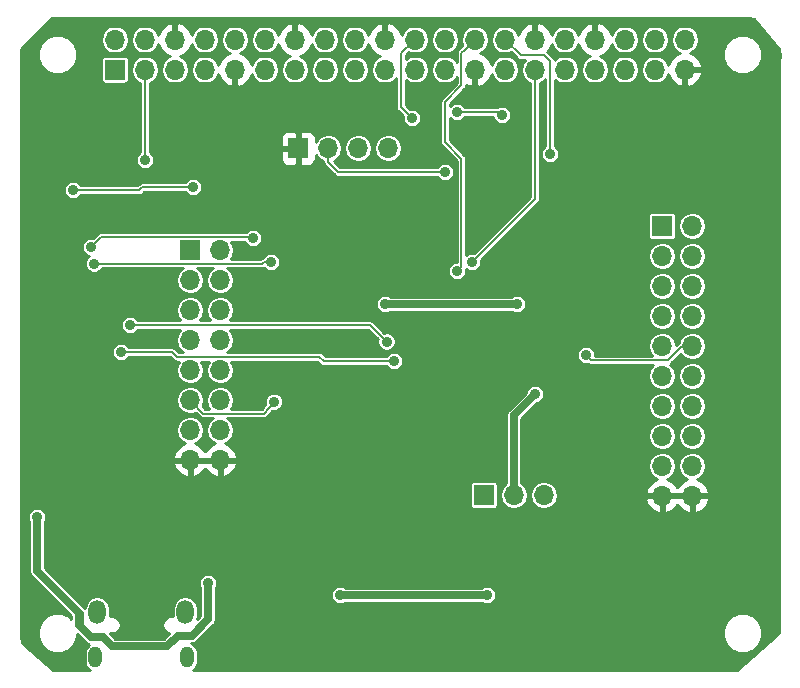
<source format=gbr>
G04 #@! TF.GenerationSoftware,KiCad,Pcbnew,(5.0.2)-1*
G04 #@! TF.CreationDate,2019-10-05T18:19:05-04:00*
G04 #@! TF.ProjectId,RPI_PSOC5,5250495f-5053-44f4-9335-2e6b69636164,X1*
G04 #@! TF.SameCoordinates,Original*
G04 #@! TF.FileFunction,Copper,L2,Bot*
G04 #@! TF.FilePolarity,Positive*
%FSLAX46Y46*%
G04 Gerber Fmt 4.6, Leading zero omitted, Abs format (unit mm)*
G04 Created by KiCad (PCBNEW (5.0.2)-1) date 10/5/2019 6:19:05 PM*
%MOMM*%
%LPD*%
G01*
G04 APERTURE LIST*
G04 #@! TA.AperFunction,ComponentPad*
%ADD10O,1.700000X1.700000*%
G04 #@! TD*
G04 #@! TA.AperFunction,ComponentPad*
%ADD11R,1.700000X1.700000*%
G04 #@! TD*
G04 #@! TA.AperFunction,ComponentPad*
%ADD12O,1.150000X1.800000*%
G04 #@! TD*
G04 #@! TA.AperFunction,ComponentPad*
%ADD13O,1.450000X2.000000*%
G04 #@! TD*
G04 #@! TA.AperFunction,ViaPad*
%ADD14C,0.889000*%
G04 #@! TD*
G04 #@! TA.AperFunction,Conductor*
%ADD15C,0.203200*%
G04 #@! TD*
G04 #@! TA.AperFunction,Conductor*
%ADD16C,0.152400*%
G04 #@! TD*
G04 #@! TA.AperFunction,Conductor*
%ADD17C,0.635000*%
G04 #@! TD*
G04 #@! TA.AperFunction,Conductor*
%ADD18C,0.254000*%
G04 #@! TD*
G04 APERTURE END LIST*
D10*
G04 #@! TO.P,P4,20*
G04 #@! TO.N,GND*
X57243743Y-40872592D03*
G04 #@! TO.P,P4,19*
X54703743Y-40872592D03*
G04 #@! TO.P,P4,18*
G04 #@! TO.N,/P67*
X57243743Y-38332592D03*
G04 #@! TO.P,P4,17*
G04 #@! TO.N,/P68*
X54703743Y-38332592D03*
G04 #@! TO.P,P4,16*
G04 #@! TO.N,/P69*
X57243743Y-35792592D03*
G04 #@! TO.P,P4,15*
G04 #@! TO.N,/P70*
X54703743Y-35792592D03*
G04 #@! TO.P,P4,14*
G04 #@! TO.N,/P71*
X57243743Y-33252592D03*
G04 #@! TO.P,P4,13*
G04 #@! TO.N,/P72*
X54703743Y-33252592D03*
G04 #@! TO.P,P4,12*
G04 #@! TO.N,/P73*
X57243743Y-30712592D03*
G04 #@! TO.P,P4,11*
G04 #@! TO.N,/P74*
X54703743Y-30712592D03*
G04 #@! TO.P,P4,10*
G04 #@! TO.N,/P76*
X57243743Y-28172592D03*
G04 #@! TO.P,P4,9*
G04 #@! TO.N,/P77*
X54703743Y-28172592D03*
G04 #@! TO.P,P4,8*
G04 #@! TO.N,/P78*
X57243743Y-25632592D03*
G04 #@! TO.P,P4,7*
G04 #@! TO.N,/P79*
X54703743Y-25632592D03*
G04 #@! TO.P,P4,6*
G04 #@! TO.N,/P80*
X57243743Y-23092592D03*
G04 #@! TO.P,P4,5*
G04 #@! TO.N,/P81*
X54703743Y-23092592D03*
G04 #@! TO.P,P4,4*
G04 #@! TO.N,/P82*
X57243743Y-20552592D03*
G04 #@! TO.P,P4,3*
G04 #@! TO.N,/P83*
X54703743Y-20552592D03*
G04 #@! TO.P,P4,2*
G04 #@! TO.N,/VZ0*
X57243743Y-18012592D03*
D11*
G04 #@! TO.P,P4,1*
X54703743Y-18012592D03*
G04 #@! TD*
D10*
G04 #@! TO.P,J1,40*
G04 #@! TO.N,/IO_21*
X56630000Y-2230000D03*
G04 #@! TO.P,J1,39*
G04 #@! TO.N,GND*
X56630000Y-4770000D03*
G04 #@! TO.P,J1,38*
G04 #@! TO.N,/IO_20*
X54090000Y-2230000D03*
G04 #@! TO.P,J1,37*
G04 #@! TO.N,/IO_26*
X54090000Y-4770000D03*
G04 #@! TO.P,J1,36*
G04 #@! TO.N,/IO_16*
X51550000Y-2230000D03*
G04 #@! TO.P,J1,35*
G04 #@! TO.N,/IO_19*
X51550000Y-4770000D03*
G04 #@! TO.P,J1,34*
G04 #@! TO.N,GND*
X49010000Y-2230000D03*
G04 #@! TO.P,J1,33*
G04 #@! TO.N,/IO_13*
X49010000Y-4770000D03*
G04 #@! TO.P,J1,32*
G04 #@! TO.N,/IO_12*
X46470000Y-2230000D03*
G04 #@! TO.P,J1,31*
G04 #@! TO.N,/IO_6*
X46470000Y-4770000D03*
G04 #@! TO.P,J1,30*
G04 #@! TO.N,GND*
X43930000Y-2230000D03*
G04 #@! TO.P,J1,29*
G04 #@! TO.N,/IO_5*
X43930000Y-4770000D03*
G04 #@! TO.P,J1,28*
G04 #@! TO.N,/SCL0*
X41390000Y-2230000D03*
G04 #@! TO.P,J1,27*
G04 #@! TO.N,/SDA0*
X41390000Y-4770000D03*
G04 #@! TO.P,J1,26*
G04 #@! TO.N,/SPICE1*
X38850000Y-2230000D03*
G04 #@! TO.P,J1,25*
G04 #@! TO.N,GND*
X38850000Y-4770000D03*
G04 #@! TO.P,J1,24*
G04 #@! TO.N,/SPICE0*
X36310000Y-2230000D03*
G04 #@! TO.P,J1,23*
G04 #@! TO.N,/SPISCK*
X36310000Y-4770000D03*
G04 #@! TO.P,J1,22*
G04 #@! TO.N,/IO_25*
X33770000Y-2230000D03*
G04 #@! TO.P,J1,21*
G04 #@! TO.N,/SPIMISO*
X33770000Y-4770000D03*
G04 #@! TO.P,J1,20*
G04 #@! TO.N,GND*
X31230000Y-2230000D03*
G04 #@! TO.P,J1,19*
G04 #@! TO.N,/SPIMOSI*
X31230000Y-4770000D03*
G04 #@! TO.P,J1,18*
G04 #@! TO.N,/IO_24*
X28690000Y-2230000D03*
G04 #@! TO.P,J1,17*
G04 #@! TO.N,+3V3*
X28690000Y-4770000D03*
G04 #@! TO.P,J1,16*
G04 #@! TO.N,/IO_23*
X26150000Y-2230000D03*
G04 #@! TO.P,J1,15*
G04 #@! TO.N,N/C*
X26150000Y-4770000D03*
G04 #@! TO.P,J1,14*
G04 #@! TO.N,GND*
X23610000Y-2230000D03*
G04 #@! TO.P,J1,13*
G04 #@! TO.N,/IO_27*
X23610000Y-4770000D03*
G04 #@! TO.P,J1,12*
G04 #@! TO.N,/IO_18*
X21070000Y-2230000D03*
G04 #@! TO.P,J1,11*
G04 #@! TO.N,/IO_17*
X21070000Y-4770000D03*
G04 #@! TO.P,J1,10*
G04 #@! TO.N,/RXD0*
X18530000Y-2230000D03*
G04 #@! TO.P,J1,9*
G04 #@! TO.N,GND*
X18530000Y-4770000D03*
G04 #@! TO.P,J1,8*
G04 #@! TO.N,/TXD0*
X15990000Y-2230000D03*
G04 #@! TO.P,J1,7*
G04 #@! TO.N,/IO_4*
X15990000Y-4770000D03*
G04 #@! TO.P,J1,6*
G04 #@! TO.N,GND*
X13450000Y-2230000D03*
G04 #@! TO.P,J1,5*
G04 #@! TO.N,/SCL1*
X13450000Y-4770000D03*
G04 #@! TO.P,J1,4*
G04 #@! TO.N,+5V*
X10910000Y-2230000D03*
G04 #@! TO.P,J1,3*
G04 #@! TO.N,/SDA1*
X10910000Y-4770000D03*
G04 #@! TO.P,J1,2*
G04 #@! TO.N,+5V*
X8370000Y-2230000D03*
D11*
G04 #@! TO.P,J1,1*
G04 #@! TO.N,+3V3*
X8370000Y-4770000D03*
G04 #@! TD*
D12*
G04 #@! TO.P,J2,6*
G04 #@! TO.N,N/C*
X14475000Y-54528000D03*
X6725000Y-54528000D03*
D13*
X14325000Y-50728000D03*
X6875000Y-50728000D03*
G04 #@! TD*
D10*
G04 #@! TO.P,H3,3*
G04 #@! TO.N,+5V*
X44680000Y-40800000D03*
G04 #@! TO.P,H3,2*
G04 #@! TO.N,/VZ0*
X42140000Y-40800000D03*
D11*
G04 #@! TO.P,H3,1*
G04 #@! TO.N,+3V3*
X39600000Y-40800000D03*
G04 #@! TD*
G04 #@! TO.P,P3,1*
G04 #@! TO.N,+3V3*
X14732000Y-20066000D03*
D10*
G04 #@! TO.P,P3,2*
X17272000Y-20066000D03*
G04 #@! TO.P,P3,3*
G04 #@! TO.N,/P42*
X14732000Y-22606000D03*
G04 #@! TO.P,P3,4*
G04 #@! TO.N,/P43*
X17272000Y-22606000D03*
G04 #@! TO.P,P3,5*
G04 #@! TO.N,/P44*
X14732000Y-25146000D03*
G04 #@! TO.P,P3,6*
G04 #@! TO.N,/P45*
X17272000Y-25146000D03*
G04 #@! TO.P,P3,7*
G04 #@! TO.N,/P46*
X14732000Y-27686000D03*
G04 #@! TO.P,P3,8*
G04 #@! TO.N,/P47*
X17272000Y-27686000D03*
G04 #@! TO.P,P3,9*
G04 #@! TO.N,/P48*
X14732000Y-30226000D03*
G04 #@! TO.P,P3,10*
G04 #@! TO.N,/P49*
X17272000Y-30226000D03*
G04 #@! TO.P,P3,11*
G04 #@! TO.N,/P51*
X14732000Y-32766000D03*
G04 #@! TO.P,P3,12*
G04 #@! TO.N,/P52*
X17272000Y-32766000D03*
G04 #@! TO.P,P3,13*
G04 #@! TO.N,/P55*
X14732000Y-35306000D03*
G04 #@! TO.P,P3,14*
G04 #@! TO.N,/P56*
X17272000Y-35306000D03*
G04 #@! TO.P,P3,15*
G04 #@! TO.N,GND*
X14732000Y-37846000D03*
G04 #@! TO.P,P3,16*
X17272000Y-37846000D03*
G04 #@! TD*
D11*
G04 #@! TO.P,H1,1*
G04 #@! TO.N,GND*
X23876000Y-11430000D03*
D10*
G04 #@! TO.P,H1,2*
G04 #@! TO.N,Net-(C2-Pad1)*
X26416000Y-11430000D03*
G04 #@! TO.P,H1,3*
G04 #@! TO.N,Net-(H1-Pad3)*
X28956000Y-11430000D03*
G04 #@! TO.P,H1,4*
G04 #@! TO.N,Net-(H1-Pad4)*
X31496000Y-11430000D03*
G04 #@! TD*
D14*
G04 #@! TO.N,GND*
X35306000Y-9137900D03*
X6350000Y-10922000D03*
X45466000Y-24130000D03*
X30988000Y-23398100D03*
X36830000Y-14478000D03*
X18542000Y-41402000D03*
X25400000Y-54102000D03*
X23114000Y-41656000D03*
X37592000Y-37084000D03*
X36322000Y-29464000D03*
X38354000Y-29718000D03*
X11938000Y-49022000D03*
G04 #@! TO.N,/IO_5*
X38608000Y-21082000D03*
G04 #@! TO.N,/IO_25*
X33528000Y-8890000D03*
G04 #@! TO.N,/SPICE1*
X37338000Y-21845900D03*
G04 #@! TO.N,/SDA1*
X32004000Y-29464000D03*
X10922000Y-12446000D03*
X8890000Y-28702000D03*
G04 #@! TO.N,+5V*
X1778000Y-42672000D03*
X16256000Y-48260000D03*
X27432000Y-49276000D03*
X39878000Y-49276000D03*
G04 #@! TO.N,+3V3*
X37334125Y-8385875D03*
X41148000Y-8636000D03*
G04 #@! TO.N,/VZ0*
X43942000Y-32258000D03*
G04 #@! TO.N,/P51*
X21844000Y-32892099D03*
G04 #@! TO.N,/P76*
X48260000Y-28956000D03*
G04 #@! TO.N,Net-(D1-Pad1)*
X14986000Y-14732000D03*
X4826000Y-14986000D03*
G04 #@! TO.N,Net-(C8-Pad2)*
X31242000Y-24638000D03*
X42402000Y-24638000D03*
G04 #@! TO.N,/SCL0*
X45212000Y-11938000D03*
G04 #@! TO.N,Net-(J2-Pad2)*
X6350000Y-19812000D03*
X20066000Y-19050000D03*
G04 #@! TO.N,Net-(J2-Pad3)*
X21590000Y-21082000D03*
X6604000Y-21195401D03*
G04 #@! TO.N,/SCL1*
X31372875Y-27809125D03*
X9652000Y-26416000D03*
G04 #@! TO.N,Net-(C2-Pad1)*
X36322000Y-13462000D03*
G04 #@! TD*
D15*
G04 #@! TO.N,/SPICE0*
X36310000Y-2230000D02*
X36310000Y-2283000D01*
G04 #@! TO.N,/IO_18*
X21070000Y-2230000D02*
X21144000Y-2230000D01*
G04 #@! TO.N,/IO_23*
X26150000Y-2230000D02*
X26150000Y-2283000D01*
G04 #@! TO.N,/IO_24*
X28690000Y-2230000D02*
X28764000Y-2230000D01*
D16*
G04 #@! TO.N,/IO_5*
X43930000Y-15760000D02*
X43930000Y-4770000D01*
X38608000Y-21082000D02*
X43930000Y-15760000D01*
D15*
G04 #@! TO.N,/IO_25*
X33770000Y-2230000D02*
X33770000Y-2304000D01*
X33770000Y-2230000D02*
X33844000Y-2230000D01*
X33770000Y-2280800D02*
X33770000Y-2298000D01*
X33770000Y-2230000D02*
X33770000Y-2298000D01*
X32601599Y-7963599D02*
X33528000Y-8890000D01*
X33770000Y-2230000D02*
X32601599Y-3398401D01*
X32601599Y-3398401D02*
X32601599Y-7963599D01*
G04 #@! TO.N,/SPICE1*
X38850000Y-2230000D02*
X38873200Y-2230000D01*
X38850000Y-2230000D02*
X38850000Y-2274000D01*
D16*
X37986401Y-3093599D02*
X38850000Y-2230000D01*
X37706999Y-3373001D02*
X37986401Y-3093599D01*
X37338000Y-21845900D02*
X37706999Y-21476901D01*
X37706999Y-21476901D02*
X37706999Y-12306999D01*
X37706999Y-12306999D02*
X36322000Y-10922000D01*
X36322000Y-10922000D02*
X36322000Y-7480999D01*
X36322000Y-7480999D02*
X37706999Y-6096000D01*
X37706999Y-6096000D02*
X37706999Y-3373001D01*
G04 #@! TO.N,/SDA1*
X10910000Y-4770000D02*
X10910000Y-12434000D01*
X10910000Y-12434000D02*
X10922000Y-12446000D01*
X13208000Y-28702000D02*
X8890000Y-28702000D01*
X26034100Y-29464000D02*
X25666699Y-29096599D01*
X25666699Y-29096599D02*
X13602599Y-29096599D01*
X13602599Y-29096599D02*
X13208000Y-28702000D01*
X32004000Y-29464000D02*
X26034100Y-29464000D01*
D17*
G04 #@! TO.N,+5V*
X27432000Y-49276000D02*
X39878000Y-49276000D01*
X1778000Y-47244000D02*
X1778000Y-42672000D01*
X16256000Y-48260000D02*
X16256000Y-51308000D01*
X16256000Y-51308000D02*
X14865299Y-52698701D01*
X13703937Y-52698701D02*
X12808638Y-53594000D01*
X12808638Y-53594000D02*
X8128000Y-53594000D01*
X14865299Y-52698701D02*
X13703937Y-52698701D01*
X5334000Y-50800000D02*
X5334000Y-51816000D01*
X5334000Y-50800000D02*
X5080000Y-50546000D01*
X6350000Y-52832000D02*
X7366000Y-52832000D01*
X5334000Y-51816000D02*
X6350000Y-52832000D01*
X8128000Y-53594000D02*
X7366000Y-52832000D01*
X5370701Y-51779299D02*
X5334000Y-51816000D01*
X5370701Y-50836701D02*
X5370701Y-51779299D01*
X4318000Y-49784000D02*
X5370701Y-50836701D01*
X4318000Y-49784000D02*
X1778000Y-47244000D01*
X5080000Y-50546000D02*
X4318000Y-49784000D01*
D16*
G04 #@! TO.N,+3V3*
X40897875Y-8385875D02*
X41148000Y-8636000D01*
X37334125Y-8385875D02*
X40897875Y-8385875D01*
D17*
G04 #@! TO.N,/VZ0*
X42140000Y-40800000D02*
X42140000Y-34060000D01*
X42140000Y-34060000D02*
X43942000Y-32258000D01*
D16*
G04 #@! TO.N,/P51*
X14732000Y-32766000D02*
X15861401Y-33895401D01*
X15861401Y-33895401D02*
X20968599Y-33895401D01*
X20968599Y-33895401D02*
X21844000Y-32892099D01*
G04 #@! TO.N,/P76*
X48704499Y-29400499D02*
X48260000Y-28956000D01*
X55167478Y-29400499D02*
X48704499Y-29400499D01*
X56395385Y-28172592D02*
X55167478Y-29400499D01*
X57243743Y-28172592D02*
X56395385Y-28172592D01*
G04 #@! TO.N,Net-(D1-Pad1)*
X14986000Y-14732000D02*
X10668000Y-14732000D01*
X10668000Y-14732000D02*
X10414000Y-14986000D01*
X10414000Y-14986000D02*
X4826000Y-14986000D01*
D17*
G04 #@! TO.N,Net-(C8-Pad2)*
X31242000Y-24638000D02*
X42402000Y-24638000D01*
D15*
G04 #@! TO.N,/SCL0*
X41390000Y-2230000D02*
X41390000Y-2600500D01*
D16*
X41390000Y-2230000D02*
X42716000Y-3556000D01*
X42716000Y-3556000D02*
X44704000Y-3556000D01*
X45212000Y-4064000D02*
X45212000Y-11938000D01*
X44704000Y-3556000D02*
X45212000Y-4064000D01*
G04 #@! TO.N,Net-(J2-Pad2)*
X19952599Y-18936599D02*
X20066000Y-19050000D01*
X6350000Y-19812000D02*
X7225401Y-18936599D01*
X7225401Y-18936599D02*
X19952599Y-18936599D01*
G04 #@! TO.N,Net-(J2-Pad3)*
X20961383Y-21082000D02*
X20847982Y-21195401D01*
X21590000Y-21082000D02*
X20961383Y-21082000D01*
X20847982Y-21195401D02*
X6604000Y-21195401D01*
G04 #@! TO.N,/SCL1*
X31372875Y-27809125D02*
X29979750Y-26416000D01*
X29979750Y-26416000D02*
X9652000Y-26416000D01*
G04 #@! TO.N,Net-(C2-Pad1)*
X26416000Y-12598400D02*
X27279600Y-13462000D01*
X26416000Y-11430000D02*
X26416000Y-12598400D01*
X34798000Y-13462000D02*
X36322000Y-13462000D01*
X27279600Y-13462000D02*
X34798000Y-13462000D01*
G04 #@! TD*
D18*
G04 #@! TO.N,GND*
G36*
X62502397Y-518536D02*
X64609936Y-3009265D01*
X64651738Y-3627217D01*
X64623140Y-3945769D01*
X64619800Y-3962558D01*
X64619801Y-52479402D01*
X64619562Y-52481605D01*
X61062941Y-55619800D01*
X14956718Y-55619800D01*
X15127612Y-55505612D01*
X15327679Y-55206191D01*
X15380200Y-54942150D01*
X15380200Y-54113850D01*
X15327679Y-53849809D01*
X15127612Y-53550388D01*
X14831147Y-53352297D01*
X14865299Y-53359090D01*
X14929091Y-53346401D01*
X15118019Y-53308821D01*
X15332265Y-53165667D01*
X15368404Y-53111581D01*
X16314198Y-52165787D01*
X59819800Y-52165787D01*
X59819800Y-52834213D01*
X60075595Y-53451757D01*
X60548243Y-53924405D01*
X61165787Y-54180200D01*
X61834213Y-54180200D01*
X62451757Y-53924405D01*
X62924405Y-53451757D01*
X63180200Y-52834213D01*
X63180200Y-52165787D01*
X62924405Y-51548243D01*
X62451757Y-51075595D01*
X61834213Y-50819800D01*
X61165787Y-50819800D01*
X60548243Y-51075595D01*
X60075595Y-51548243D01*
X59819800Y-52165787D01*
X16314198Y-52165787D01*
X16668883Y-51811103D01*
X16722966Y-51774966D01*
X16866120Y-51560720D01*
X16903700Y-51371792D01*
X16916389Y-51308001D01*
X16903700Y-51244210D01*
X16903700Y-49121903D01*
X26657300Y-49121903D01*
X26657300Y-49430097D01*
X26775241Y-49714832D01*
X26993168Y-49932759D01*
X27277903Y-50050700D01*
X27586097Y-50050700D01*
X27870832Y-49932759D01*
X27879891Y-49923700D01*
X39430109Y-49923700D01*
X39439168Y-49932759D01*
X39723903Y-50050700D01*
X40032097Y-50050700D01*
X40316832Y-49932759D01*
X40534759Y-49714832D01*
X40652700Y-49430097D01*
X40652700Y-49121903D01*
X40534759Y-48837168D01*
X40316832Y-48619241D01*
X40032097Y-48501300D01*
X39723903Y-48501300D01*
X39439168Y-48619241D01*
X39430109Y-48628300D01*
X27879891Y-48628300D01*
X27870832Y-48619241D01*
X27586097Y-48501300D01*
X27277903Y-48501300D01*
X26993168Y-48619241D01*
X26775241Y-48837168D01*
X26657300Y-49121903D01*
X16903700Y-49121903D01*
X16903700Y-48707891D01*
X16912759Y-48698832D01*
X17030700Y-48414097D01*
X17030700Y-48105903D01*
X16912759Y-47821168D01*
X16694832Y-47603241D01*
X16410097Y-47485300D01*
X16101903Y-47485300D01*
X15817168Y-47603241D01*
X15599241Y-47821168D01*
X15481300Y-48105903D01*
X15481300Y-48414097D01*
X15599241Y-48698832D01*
X15608300Y-48707891D01*
X15608301Y-51039713D01*
X15340250Y-51307764D01*
X15380200Y-51106924D01*
X15380200Y-50349075D01*
X15318976Y-50041282D01*
X15085756Y-49692244D01*
X14736717Y-49459024D01*
X14325000Y-49377128D01*
X13913282Y-49459024D01*
X13564244Y-49692244D01*
X13331024Y-50041283D01*
X13269800Y-50349076D01*
X13269800Y-51067270D01*
X13171916Y-51047800D01*
X13028084Y-51047800D01*
X12815090Y-51090167D01*
X12573555Y-51251555D01*
X12412167Y-51493090D01*
X12355495Y-51778000D01*
X12412167Y-52062910D01*
X12573555Y-52304445D01*
X12815090Y-52465833D01*
X12986687Y-52499966D01*
X12540353Y-52946300D01*
X8396286Y-52946300D01*
X7940829Y-52490844D01*
X8028084Y-52508200D01*
X8171916Y-52508200D01*
X8384910Y-52465833D01*
X8626445Y-52304445D01*
X8787833Y-52062910D01*
X8844505Y-51778000D01*
X8787833Y-51493090D01*
X8626445Y-51251555D01*
X8384910Y-51090167D01*
X8171916Y-51047800D01*
X8028084Y-51047800D01*
X7930200Y-51067270D01*
X7930200Y-50349075D01*
X7868976Y-50041282D01*
X7635756Y-49692244D01*
X7286717Y-49459024D01*
X6875000Y-49377128D01*
X6463282Y-49459024D01*
X6114244Y-49692244D01*
X5881024Y-50041283D01*
X5819800Y-50349076D01*
X5819800Y-50357797D01*
X5815666Y-50355035D01*
X5800966Y-50333034D01*
X5746883Y-50296897D01*
X5583104Y-50133118D01*
X5583101Y-50133114D01*
X4821102Y-49371116D01*
X4821100Y-49371114D01*
X2425700Y-46975715D01*
X2425700Y-43119891D01*
X2434759Y-43110832D01*
X2552700Y-42826097D01*
X2552700Y-42517903D01*
X2434759Y-42233168D01*
X2216832Y-42015241D01*
X1932097Y-41897300D01*
X1623903Y-41897300D01*
X1339168Y-42015241D01*
X1121241Y-42233168D01*
X1003300Y-42517903D01*
X1003300Y-42826097D01*
X1121241Y-43110832D01*
X1130301Y-43119892D01*
X1130300Y-47180208D01*
X1117611Y-47244000D01*
X1130300Y-47307791D01*
X1167880Y-47496719D01*
X1311034Y-47710966D01*
X1365120Y-47747105D01*
X3905114Y-50287100D01*
X3905116Y-50287102D01*
X4667114Y-51049101D01*
X4667118Y-51049104D01*
X4686300Y-51068286D01*
X4686301Y-51310139D01*
X4451757Y-51075595D01*
X3834213Y-50819800D01*
X3165787Y-50819800D01*
X2548243Y-51075595D01*
X2075595Y-51548243D01*
X1819800Y-52165787D01*
X1819800Y-52834213D01*
X2075595Y-53451757D01*
X2548243Y-53924405D01*
X3165787Y-54180200D01*
X3834213Y-54180200D01*
X4451757Y-53924405D01*
X4924405Y-53451757D01*
X5180200Y-52834213D01*
X5180200Y-52578185D01*
X5846897Y-53244883D01*
X5883034Y-53298966D01*
X6097280Y-53442120D01*
X6202962Y-53463141D01*
X6072388Y-53550388D01*
X5872321Y-53849810D01*
X5819800Y-54113851D01*
X5819800Y-54942150D01*
X5872322Y-55206191D01*
X6072389Y-55505612D01*
X6243283Y-55619800D01*
X3520589Y-55619800D01*
X3142571Y-55578734D01*
X498511Y-53341453D01*
X497281Y-53338377D01*
X384785Y-52658849D01*
X380200Y-52494684D01*
X380200Y-39950000D01*
X38413331Y-39950000D01*
X38413331Y-41650000D01*
X38438958Y-41778838D01*
X38511939Y-41888061D01*
X38621162Y-41961042D01*
X38750000Y-41986669D01*
X40450000Y-41986669D01*
X40578838Y-41961042D01*
X40688061Y-41888061D01*
X40761042Y-41778838D01*
X40786669Y-41650000D01*
X40786669Y-40800000D01*
X40936679Y-40800000D01*
X41028276Y-41260491D01*
X41289124Y-41650876D01*
X41679509Y-41911724D01*
X42023762Y-41980200D01*
X42256238Y-41980200D01*
X42600491Y-41911724D01*
X42990876Y-41650876D01*
X43251724Y-41260491D01*
X43343321Y-40800000D01*
X43476679Y-40800000D01*
X43568276Y-41260491D01*
X43829124Y-41650876D01*
X44219509Y-41911724D01*
X44563762Y-41980200D01*
X44796238Y-41980200D01*
X45140491Y-41911724D01*
X45530876Y-41650876D01*
X45791724Y-41260491D01*
X45797892Y-41229482D01*
X53262267Y-41229482D01*
X53432098Y-41639516D01*
X53822385Y-42067775D01*
X54346851Y-42314078D01*
X54576743Y-42193411D01*
X54576743Y-40999592D01*
X54830743Y-40999592D01*
X54830743Y-42193411D01*
X55060635Y-42314078D01*
X55585101Y-42067775D01*
X55973743Y-41641321D01*
X56362385Y-42067775D01*
X56886851Y-42314078D01*
X57116743Y-42193411D01*
X57116743Y-40999592D01*
X57370743Y-40999592D01*
X57370743Y-42193411D01*
X57600635Y-42314078D01*
X58125101Y-42067775D01*
X58515388Y-41639516D01*
X58685219Y-41229482D01*
X58563898Y-40999592D01*
X57370743Y-40999592D01*
X57116743Y-40999592D01*
X54830743Y-40999592D01*
X54576743Y-40999592D01*
X53383588Y-40999592D01*
X53262267Y-41229482D01*
X45797892Y-41229482D01*
X45883321Y-40800000D01*
X45826771Y-40515702D01*
X53262267Y-40515702D01*
X53383588Y-40745592D01*
X54576743Y-40745592D01*
X54576743Y-40725592D01*
X54830743Y-40725592D01*
X54830743Y-40745592D01*
X57116743Y-40745592D01*
X57116743Y-40725592D01*
X57370743Y-40725592D01*
X57370743Y-40745592D01*
X58563898Y-40745592D01*
X58685219Y-40515702D01*
X58515388Y-40105668D01*
X58125101Y-39677409D01*
X57651219Y-39454861D01*
X57704234Y-39444316D01*
X58094619Y-39183468D01*
X58355467Y-38793083D01*
X58447064Y-38332592D01*
X58355467Y-37872101D01*
X58094619Y-37481716D01*
X57704234Y-37220868D01*
X57359981Y-37152392D01*
X57127505Y-37152392D01*
X56783252Y-37220868D01*
X56392867Y-37481716D01*
X56132019Y-37872101D01*
X56040422Y-38332592D01*
X56132019Y-38793083D01*
X56392867Y-39183468D01*
X56783252Y-39444316D01*
X56836267Y-39454861D01*
X56362385Y-39677409D01*
X55973743Y-40103863D01*
X55585101Y-39677409D01*
X55111219Y-39454861D01*
X55164234Y-39444316D01*
X55554619Y-39183468D01*
X55815467Y-38793083D01*
X55907064Y-38332592D01*
X55815467Y-37872101D01*
X55554619Y-37481716D01*
X55164234Y-37220868D01*
X54819981Y-37152392D01*
X54587505Y-37152392D01*
X54243252Y-37220868D01*
X53852867Y-37481716D01*
X53592019Y-37872101D01*
X53500422Y-38332592D01*
X53592019Y-38793083D01*
X53852867Y-39183468D01*
X54243252Y-39444316D01*
X54296267Y-39454861D01*
X53822385Y-39677409D01*
X53432098Y-40105668D01*
X53262267Y-40515702D01*
X45826771Y-40515702D01*
X45791724Y-40339509D01*
X45530876Y-39949124D01*
X45140491Y-39688276D01*
X44796238Y-39619800D01*
X44563762Y-39619800D01*
X44219509Y-39688276D01*
X43829124Y-39949124D01*
X43568276Y-40339509D01*
X43476679Y-40800000D01*
X43343321Y-40800000D01*
X43251724Y-40339509D01*
X42990876Y-39949124D01*
X42787700Y-39813366D01*
X42787700Y-35792592D01*
X53500422Y-35792592D01*
X53592019Y-36253083D01*
X53852867Y-36643468D01*
X54243252Y-36904316D01*
X54587505Y-36972792D01*
X54819981Y-36972792D01*
X55164234Y-36904316D01*
X55554619Y-36643468D01*
X55815467Y-36253083D01*
X55907064Y-35792592D01*
X56040422Y-35792592D01*
X56132019Y-36253083D01*
X56392867Y-36643468D01*
X56783252Y-36904316D01*
X57127505Y-36972792D01*
X57359981Y-36972792D01*
X57704234Y-36904316D01*
X58094619Y-36643468D01*
X58355467Y-36253083D01*
X58447064Y-35792592D01*
X58355467Y-35332101D01*
X58094619Y-34941716D01*
X57704234Y-34680868D01*
X57359981Y-34612392D01*
X57127505Y-34612392D01*
X56783252Y-34680868D01*
X56392867Y-34941716D01*
X56132019Y-35332101D01*
X56040422Y-35792592D01*
X55907064Y-35792592D01*
X55815467Y-35332101D01*
X55554619Y-34941716D01*
X55164234Y-34680868D01*
X54819981Y-34612392D01*
X54587505Y-34612392D01*
X54243252Y-34680868D01*
X53852867Y-34941716D01*
X53592019Y-35332101D01*
X53500422Y-35792592D01*
X42787700Y-35792592D01*
X42787700Y-34328285D01*
X43863393Y-33252592D01*
X53500422Y-33252592D01*
X53592019Y-33713083D01*
X53852867Y-34103468D01*
X54243252Y-34364316D01*
X54587505Y-34432792D01*
X54819981Y-34432792D01*
X55164234Y-34364316D01*
X55554619Y-34103468D01*
X55815467Y-33713083D01*
X55907064Y-33252592D01*
X56040422Y-33252592D01*
X56132019Y-33713083D01*
X56392867Y-34103468D01*
X56783252Y-34364316D01*
X57127505Y-34432792D01*
X57359981Y-34432792D01*
X57704234Y-34364316D01*
X58094619Y-34103468D01*
X58355467Y-33713083D01*
X58447064Y-33252592D01*
X58355467Y-32792101D01*
X58094619Y-32401716D01*
X57704234Y-32140868D01*
X57359981Y-32072392D01*
X57127505Y-32072392D01*
X56783252Y-32140868D01*
X56392867Y-32401716D01*
X56132019Y-32792101D01*
X56040422Y-33252592D01*
X55907064Y-33252592D01*
X55815467Y-32792101D01*
X55554619Y-32401716D01*
X55164234Y-32140868D01*
X54819981Y-32072392D01*
X54587505Y-32072392D01*
X54243252Y-32140868D01*
X53852867Y-32401716D01*
X53592019Y-32792101D01*
X53500422Y-33252592D01*
X43863393Y-33252592D01*
X44083286Y-33032700D01*
X44096097Y-33032700D01*
X44380832Y-32914759D01*
X44598759Y-32696832D01*
X44716700Y-32412097D01*
X44716700Y-32103903D01*
X44598759Y-31819168D01*
X44380832Y-31601241D01*
X44096097Y-31483300D01*
X43787903Y-31483300D01*
X43503168Y-31601241D01*
X43285241Y-31819168D01*
X43167300Y-32103903D01*
X43167300Y-32116714D01*
X41727118Y-33556897D01*
X41673035Y-33593034D01*
X41592821Y-33713083D01*
X41529880Y-33807281D01*
X41479611Y-34060000D01*
X41492301Y-34123797D01*
X41492300Y-39813365D01*
X41289124Y-39949124D01*
X41028276Y-40339509D01*
X40936679Y-40800000D01*
X40786669Y-40800000D01*
X40786669Y-39950000D01*
X40761042Y-39821162D01*
X40688061Y-39711939D01*
X40578838Y-39638958D01*
X40450000Y-39613331D01*
X38750000Y-39613331D01*
X38621162Y-39638958D01*
X38511939Y-39711939D01*
X38438958Y-39821162D01*
X38413331Y-39950000D01*
X380200Y-39950000D01*
X380200Y-38202890D01*
X13290524Y-38202890D01*
X13460355Y-38612924D01*
X13850642Y-39041183D01*
X14375108Y-39287486D01*
X14605000Y-39166819D01*
X14605000Y-37973000D01*
X14859000Y-37973000D01*
X14859000Y-39166819D01*
X15088892Y-39287486D01*
X15613358Y-39041183D01*
X16002000Y-38614729D01*
X16390642Y-39041183D01*
X16915108Y-39287486D01*
X17145000Y-39166819D01*
X17145000Y-37973000D01*
X17399000Y-37973000D01*
X17399000Y-39166819D01*
X17628892Y-39287486D01*
X18153358Y-39041183D01*
X18543645Y-38612924D01*
X18713476Y-38202890D01*
X18592155Y-37973000D01*
X17399000Y-37973000D01*
X17145000Y-37973000D01*
X14859000Y-37973000D01*
X14605000Y-37973000D01*
X13411845Y-37973000D01*
X13290524Y-38202890D01*
X380200Y-38202890D01*
X380200Y-37489110D01*
X13290524Y-37489110D01*
X13411845Y-37719000D01*
X14605000Y-37719000D01*
X14605000Y-37699000D01*
X14859000Y-37699000D01*
X14859000Y-37719000D01*
X17145000Y-37719000D01*
X17145000Y-37699000D01*
X17399000Y-37699000D01*
X17399000Y-37719000D01*
X18592155Y-37719000D01*
X18713476Y-37489110D01*
X18543645Y-37079076D01*
X18153358Y-36650817D01*
X17679476Y-36428269D01*
X17732491Y-36417724D01*
X18122876Y-36156876D01*
X18383724Y-35766491D01*
X18475321Y-35306000D01*
X18383724Y-34845509D01*
X18122876Y-34455124D01*
X17893413Y-34301801D01*
X20942489Y-34301801D01*
X20996743Y-34308804D01*
X21061423Y-34291298D01*
X21127168Y-34278221D01*
X21139033Y-34270293D01*
X21152804Y-34266566D01*
X21205872Y-34225632D01*
X21261596Y-34188398D01*
X21291991Y-34142909D01*
X21707407Y-33666799D01*
X21998097Y-33666799D01*
X22282832Y-33548858D01*
X22500759Y-33330931D01*
X22618700Y-33046196D01*
X22618700Y-32738002D01*
X22500759Y-32453267D01*
X22282832Y-32235340D01*
X21998097Y-32117399D01*
X21689903Y-32117399D01*
X21405168Y-32235340D01*
X21187241Y-32453267D01*
X21069300Y-32738002D01*
X21069300Y-33046196D01*
X21101781Y-33124611D01*
X20783843Y-33489001D01*
X18208320Y-33489001D01*
X18383724Y-33226491D01*
X18475321Y-32766000D01*
X18383724Y-32305509D01*
X18122876Y-31915124D01*
X17732491Y-31654276D01*
X17388238Y-31585800D01*
X17155762Y-31585800D01*
X16811509Y-31654276D01*
X16421124Y-31915124D01*
X16160276Y-32305509D01*
X16068679Y-32766000D01*
X16160276Y-33226491D01*
X16335680Y-33489001D01*
X16029737Y-33489001D01*
X15813083Y-33272348D01*
X15843724Y-33226491D01*
X15935321Y-32766000D01*
X15843724Y-32305509D01*
X15582876Y-31915124D01*
X15192491Y-31654276D01*
X14848238Y-31585800D01*
X14615762Y-31585800D01*
X14271509Y-31654276D01*
X13881124Y-31915124D01*
X13620276Y-32305509D01*
X13528679Y-32766000D01*
X13620276Y-33226491D01*
X13881124Y-33616876D01*
X14271509Y-33877724D01*
X14615762Y-33946200D01*
X14848238Y-33946200D01*
X15192491Y-33877724D01*
X15238348Y-33847083D01*
X15545733Y-34154469D01*
X15568404Y-34188398D01*
X15702832Y-34278221D01*
X15821378Y-34301801D01*
X15821382Y-34301801D01*
X15861400Y-34309761D01*
X15901418Y-34301801D01*
X16650587Y-34301801D01*
X16421124Y-34455124D01*
X16160276Y-34845509D01*
X16068679Y-35306000D01*
X16160276Y-35766491D01*
X16421124Y-36156876D01*
X16811509Y-36417724D01*
X16864524Y-36428269D01*
X16390642Y-36650817D01*
X16002000Y-37077271D01*
X15613358Y-36650817D01*
X15139476Y-36428269D01*
X15192491Y-36417724D01*
X15582876Y-36156876D01*
X15843724Y-35766491D01*
X15935321Y-35306000D01*
X15843724Y-34845509D01*
X15582876Y-34455124D01*
X15192491Y-34194276D01*
X14848238Y-34125800D01*
X14615762Y-34125800D01*
X14271509Y-34194276D01*
X13881124Y-34455124D01*
X13620276Y-34845509D01*
X13528679Y-35306000D01*
X13620276Y-35766491D01*
X13881124Y-36156876D01*
X14271509Y-36417724D01*
X14324524Y-36428269D01*
X13850642Y-36650817D01*
X13460355Y-37079076D01*
X13290524Y-37489110D01*
X380200Y-37489110D01*
X380200Y-28547903D01*
X8115300Y-28547903D01*
X8115300Y-28856097D01*
X8233241Y-29140832D01*
X8451168Y-29358759D01*
X8735903Y-29476700D01*
X9044097Y-29476700D01*
X9328832Y-29358759D01*
X9546759Y-29140832D01*
X9560193Y-29108400D01*
X13039665Y-29108400D01*
X13286930Y-29355666D01*
X13309602Y-29389596D01*
X13444030Y-29479419D01*
X13562576Y-29502999D01*
X13562580Y-29502999D01*
X13602598Y-29510959D01*
X13642616Y-29502999D01*
X13795680Y-29502999D01*
X13620276Y-29765509D01*
X13528679Y-30226000D01*
X13620276Y-30686491D01*
X13881124Y-31076876D01*
X14271509Y-31337724D01*
X14615762Y-31406200D01*
X14848238Y-31406200D01*
X15192491Y-31337724D01*
X15582876Y-31076876D01*
X15843724Y-30686491D01*
X15935321Y-30226000D01*
X15843724Y-29765509D01*
X15668320Y-29502999D01*
X16335680Y-29502999D01*
X16160276Y-29765509D01*
X16068679Y-30226000D01*
X16160276Y-30686491D01*
X16421124Y-31076876D01*
X16811509Y-31337724D01*
X17155762Y-31406200D01*
X17388238Y-31406200D01*
X17732491Y-31337724D01*
X18122876Y-31076876D01*
X18383724Y-30686491D01*
X18475321Y-30226000D01*
X18383724Y-29765509D01*
X18208320Y-29502999D01*
X25498364Y-29502999D01*
X25718432Y-29723068D01*
X25741103Y-29756997D01*
X25875531Y-29846820D01*
X25994077Y-29870400D01*
X25994085Y-29870400D01*
X26034099Y-29878359D01*
X26074114Y-29870400D01*
X31333807Y-29870400D01*
X31347241Y-29902832D01*
X31565168Y-30120759D01*
X31849903Y-30238700D01*
X32158097Y-30238700D01*
X32442832Y-30120759D01*
X32660759Y-29902832D01*
X32778700Y-29618097D01*
X32778700Y-29309903D01*
X32660759Y-29025168D01*
X32442832Y-28807241D01*
X32429945Y-28801903D01*
X47485300Y-28801903D01*
X47485300Y-29110097D01*
X47603241Y-29394832D01*
X47821168Y-29612759D01*
X48105903Y-29730700D01*
X48414097Y-29730700D01*
X48446866Y-29717127D01*
X48545929Y-29783319D01*
X48572683Y-29788640D01*
X48664476Y-29806899D01*
X48664479Y-29806899D01*
X48704499Y-29814859D01*
X48744518Y-29806899D01*
X53934906Y-29806899D01*
X53852867Y-29861716D01*
X53592019Y-30252101D01*
X53500422Y-30712592D01*
X53592019Y-31173083D01*
X53852867Y-31563468D01*
X54243252Y-31824316D01*
X54587505Y-31892792D01*
X54819981Y-31892792D01*
X55164234Y-31824316D01*
X55554619Y-31563468D01*
X55815467Y-31173083D01*
X55907064Y-30712592D01*
X56040422Y-30712592D01*
X56132019Y-31173083D01*
X56392867Y-31563468D01*
X56783252Y-31824316D01*
X57127505Y-31892792D01*
X57359981Y-31892792D01*
X57704234Y-31824316D01*
X58094619Y-31563468D01*
X58355467Y-31173083D01*
X58447064Y-30712592D01*
X58355467Y-30252101D01*
X58094619Y-29861716D01*
X57704234Y-29600868D01*
X57359981Y-29532392D01*
X57127505Y-29532392D01*
X56783252Y-29600868D01*
X56392867Y-29861716D01*
X56132019Y-30252101D01*
X56040422Y-30712592D01*
X55907064Y-30712592D01*
X55815467Y-30252101D01*
X55554619Y-29861716D01*
X55381668Y-29746154D01*
X55460475Y-29693496D01*
X55483148Y-29659564D01*
X56283269Y-28859444D01*
X56392867Y-29023468D01*
X56783252Y-29284316D01*
X57127505Y-29352792D01*
X57359981Y-29352792D01*
X57704234Y-29284316D01*
X58094619Y-29023468D01*
X58355467Y-28633083D01*
X58447064Y-28172592D01*
X58355467Y-27712101D01*
X58094619Y-27321716D01*
X57704234Y-27060868D01*
X57359981Y-26992392D01*
X57127505Y-26992392D01*
X56783252Y-27060868D01*
X56392867Y-27321716D01*
X56132019Y-27712101D01*
X56097140Y-27887449D01*
X56079717Y-27913524D01*
X55892727Y-28100514D01*
X55815467Y-27712101D01*
X55554619Y-27321716D01*
X55164234Y-27060868D01*
X54819981Y-26992392D01*
X54587505Y-26992392D01*
X54243252Y-27060868D01*
X53852867Y-27321716D01*
X53592019Y-27712101D01*
X53500422Y-28172592D01*
X53592019Y-28633083D01*
X53833243Y-28994099D01*
X49034700Y-28994099D01*
X49034700Y-28801903D01*
X48916759Y-28517168D01*
X48698832Y-28299241D01*
X48414097Y-28181300D01*
X48105903Y-28181300D01*
X47821168Y-28299241D01*
X47603241Y-28517168D01*
X47485300Y-28801903D01*
X32429945Y-28801903D01*
X32158097Y-28689300D01*
X31849903Y-28689300D01*
X31565168Y-28807241D01*
X31347241Y-29025168D01*
X31333807Y-29057600D01*
X26202436Y-29057600D01*
X25982368Y-28837533D01*
X25959696Y-28803602D01*
X25825268Y-28713779D01*
X25706722Y-28690199D01*
X25706717Y-28690199D01*
X25666699Y-28682239D01*
X25626681Y-28690199D01*
X17893413Y-28690199D01*
X18122876Y-28536876D01*
X18383724Y-28146491D01*
X18475321Y-27686000D01*
X18383724Y-27225509D01*
X18122876Y-26835124D01*
X18103833Y-26822400D01*
X29811415Y-26822400D01*
X30611609Y-27622595D01*
X30598175Y-27655028D01*
X30598175Y-27963222D01*
X30716116Y-28247957D01*
X30934043Y-28465884D01*
X31218778Y-28583825D01*
X31526972Y-28583825D01*
X31811707Y-28465884D01*
X32029634Y-28247957D01*
X32147575Y-27963222D01*
X32147575Y-27655028D01*
X32029634Y-27370293D01*
X31811707Y-27152366D01*
X31526972Y-27034425D01*
X31218778Y-27034425D01*
X31186345Y-27047859D01*
X30295420Y-26156935D01*
X30272747Y-26123003D01*
X30138319Y-26033180D01*
X30019773Y-26009600D01*
X30019768Y-26009600D01*
X29979750Y-26001640D01*
X29939732Y-26009600D01*
X18103833Y-26009600D01*
X18122876Y-25996876D01*
X18366283Y-25632592D01*
X53500422Y-25632592D01*
X53592019Y-26093083D01*
X53852867Y-26483468D01*
X54243252Y-26744316D01*
X54587505Y-26812792D01*
X54819981Y-26812792D01*
X55164234Y-26744316D01*
X55554619Y-26483468D01*
X55815467Y-26093083D01*
X55907064Y-25632592D01*
X56040422Y-25632592D01*
X56132019Y-26093083D01*
X56392867Y-26483468D01*
X56783252Y-26744316D01*
X57127505Y-26812792D01*
X57359981Y-26812792D01*
X57704234Y-26744316D01*
X58094619Y-26483468D01*
X58355467Y-26093083D01*
X58447064Y-25632592D01*
X58355467Y-25172101D01*
X58094619Y-24781716D01*
X57704234Y-24520868D01*
X57359981Y-24452392D01*
X57127505Y-24452392D01*
X56783252Y-24520868D01*
X56392867Y-24781716D01*
X56132019Y-25172101D01*
X56040422Y-25632592D01*
X55907064Y-25632592D01*
X55815467Y-25172101D01*
X55554619Y-24781716D01*
X55164234Y-24520868D01*
X54819981Y-24452392D01*
X54587505Y-24452392D01*
X54243252Y-24520868D01*
X53852867Y-24781716D01*
X53592019Y-25172101D01*
X53500422Y-25632592D01*
X18366283Y-25632592D01*
X18383724Y-25606491D01*
X18475321Y-25146000D01*
X18383724Y-24685509D01*
X18249015Y-24483903D01*
X30467300Y-24483903D01*
X30467300Y-24792097D01*
X30585241Y-25076832D01*
X30803168Y-25294759D01*
X31087903Y-25412700D01*
X31396097Y-25412700D01*
X31680832Y-25294759D01*
X31689891Y-25285700D01*
X41954109Y-25285700D01*
X41963168Y-25294759D01*
X42247903Y-25412700D01*
X42556097Y-25412700D01*
X42840832Y-25294759D01*
X43058759Y-25076832D01*
X43176700Y-24792097D01*
X43176700Y-24483903D01*
X43058759Y-24199168D01*
X42840832Y-23981241D01*
X42556097Y-23863300D01*
X42247903Y-23863300D01*
X41963168Y-23981241D01*
X41954109Y-23990300D01*
X31689891Y-23990300D01*
X31680832Y-23981241D01*
X31396097Y-23863300D01*
X31087903Y-23863300D01*
X30803168Y-23981241D01*
X30585241Y-24199168D01*
X30467300Y-24483903D01*
X18249015Y-24483903D01*
X18122876Y-24295124D01*
X17732491Y-24034276D01*
X17388238Y-23965800D01*
X17155762Y-23965800D01*
X16811509Y-24034276D01*
X16421124Y-24295124D01*
X16160276Y-24685509D01*
X16068679Y-25146000D01*
X16160276Y-25606491D01*
X16421124Y-25996876D01*
X16440167Y-26009600D01*
X15563833Y-26009600D01*
X15582876Y-25996876D01*
X15843724Y-25606491D01*
X15935321Y-25146000D01*
X15843724Y-24685509D01*
X15582876Y-24295124D01*
X15192491Y-24034276D01*
X14848238Y-23965800D01*
X14615762Y-23965800D01*
X14271509Y-24034276D01*
X13881124Y-24295124D01*
X13620276Y-24685509D01*
X13528679Y-25146000D01*
X13620276Y-25606491D01*
X13881124Y-25996876D01*
X13900167Y-26009600D01*
X10322193Y-26009600D01*
X10308759Y-25977168D01*
X10090832Y-25759241D01*
X9806097Y-25641300D01*
X9497903Y-25641300D01*
X9213168Y-25759241D01*
X8995241Y-25977168D01*
X8877300Y-26261903D01*
X8877300Y-26570097D01*
X8995241Y-26854832D01*
X9213168Y-27072759D01*
X9497903Y-27190700D01*
X9806097Y-27190700D01*
X10090832Y-27072759D01*
X10308759Y-26854832D01*
X10322193Y-26822400D01*
X13900167Y-26822400D01*
X13881124Y-26835124D01*
X13620276Y-27225509D01*
X13528679Y-27686000D01*
X13620276Y-28146491D01*
X13881124Y-28536876D01*
X14110587Y-28690199D01*
X13770935Y-28690199D01*
X13523669Y-28442934D01*
X13500997Y-28409003D01*
X13366569Y-28319180D01*
X13248023Y-28295600D01*
X13248018Y-28295600D01*
X13208000Y-28287640D01*
X13167982Y-28295600D01*
X9560193Y-28295600D01*
X9546759Y-28263168D01*
X9328832Y-28045241D01*
X9044097Y-27927300D01*
X8735903Y-27927300D01*
X8451168Y-28045241D01*
X8233241Y-28263168D01*
X8115300Y-28547903D01*
X380200Y-28547903D01*
X380200Y-19657903D01*
X5575300Y-19657903D01*
X5575300Y-19966097D01*
X5693241Y-20250832D01*
X5911168Y-20468759D01*
X6140188Y-20563622D01*
X5947241Y-20756569D01*
X5829300Y-21041304D01*
X5829300Y-21349498D01*
X5947241Y-21634233D01*
X6165168Y-21852160D01*
X6449903Y-21970101D01*
X6758097Y-21970101D01*
X7042832Y-21852160D01*
X7260759Y-21634233D01*
X7274193Y-21601801D01*
X14110587Y-21601801D01*
X13881124Y-21755124D01*
X13620276Y-22145509D01*
X13528679Y-22606000D01*
X13620276Y-23066491D01*
X13881124Y-23456876D01*
X14271509Y-23717724D01*
X14615762Y-23786200D01*
X14848238Y-23786200D01*
X15192491Y-23717724D01*
X15582876Y-23456876D01*
X15843724Y-23066491D01*
X15935321Y-22606000D01*
X15843724Y-22145509D01*
X15582876Y-21755124D01*
X15353413Y-21601801D01*
X16650587Y-21601801D01*
X16421124Y-21755124D01*
X16160276Y-22145509D01*
X16068679Y-22606000D01*
X16160276Y-23066491D01*
X16421124Y-23456876D01*
X16811509Y-23717724D01*
X17155762Y-23786200D01*
X17388238Y-23786200D01*
X17732491Y-23717724D01*
X18122876Y-23456876D01*
X18366283Y-23092592D01*
X53500422Y-23092592D01*
X53592019Y-23553083D01*
X53852867Y-23943468D01*
X54243252Y-24204316D01*
X54587505Y-24272792D01*
X54819981Y-24272792D01*
X55164234Y-24204316D01*
X55554619Y-23943468D01*
X55815467Y-23553083D01*
X55907064Y-23092592D01*
X56040422Y-23092592D01*
X56132019Y-23553083D01*
X56392867Y-23943468D01*
X56783252Y-24204316D01*
X57127505Y-24272792D01*
X57359981Y-24272792D01*
X57704234Y-24204316D01*
X58094619Y-23943468D01*
X58355467Y-23553083D01*
X58447064Y-23092592D01*
X58355467Y-22632101D01*
X58094619Y-22241716D01*
X57704234Y-21980868D01*
X57359981Y-21912392D01*
X57127505Y-21912392D01*
X56783252Y-21980868D01*
X56392867Y-22241716D01*
X56132019Y-22632101D01*
X56040422Y-23092592D01*
X55907064Y-23092592D01*
X55815467Y-22632101D01*
X55554619Y-22241716D01*
X55164234Y-21980868D01*
X54819981Y-21912392D01*
X54587505Y-21912392D01*
X54243252Y-21980868D01*
X53852867Y-22241716D01*
X53592019Y-22632101D01*
X53500422Y-23092592D01*
X18366283Y-23092592D01*
X18383724Y-23066491D01*
X18475321Y-22606000D01*
X18383724Y-22145509D01*
X18122876Y-21755124D01*
X17893413Y-21601801D01*
X20807964Y-21601801D01*
X20847982Y-21609761D01*
X20888000Y-21601801D01*
X20888005Y-21601801D01*
X20993271Y-21580862D01*
X21151168Y-21738759D01*
X21435903Y-21856700D01*
X21744097Y-21856700D01*
X22028832Y-21738759D01*
X22246759Y-21520832D01*
X22364700Y-21236097D01*
X22364700Y-20927903D01*
X22246759Y-20643168D01*
X22028832Y-20425241D01*
X21744097Y-20307300D01*
X21435903Y-20307300D01*
X21151168Y-20425241D01*
X20933241Y-20643168D01*
X20919668Y-20675937D01*
X20802814Y-20699180D01*
X20668389Y-20789001D01*
X18208320Y-20789001D01*
X18383724Y-20526491D01*
X18475321Y-20066000D01*
X18383724Y-19605509D01*
X18208320Y-19342999D01*
X19348835Y-19342999D01*
X19409241Y-19488832D01*
X19627168Y-19706759D01*
X19911903Y-19824700D01*
X20220097Y-19824700D01*
X20504832Y-19706759D01*
X20722759Y-19488832D01*
X20840700Y-19204097D01*
X20840700Y-18895903D01*
X20722759Y-18611168D01*
X20504832Y-18393241D01*
X20220097Y-18275300D01*
X19911903Y-18275300D01*
X19627168Y-18393241D01*
X19490210Y-18530199D01*
X7265419Y-18530199D01*
X7225401Y-18522239D01*
X7185383Y-18530199D01*
X7185378Y-18530199D01*
X7066832Y-18553779D01*
X6932404Y-18643602D01*
X6909733Y-18677531D01*
X6536530Y-19050734D01*
X6504097Y-19037300D01*
X6195903Y-19037300D01*
X5911168Y-19155241D01*
X5693241Y-19373168D01*
X5575300Y-19657903D01*
X380200Y-19657903D01*
X380200Y-14831903D01*
X4051300Y-14831903D01*
X4051300Y-15140097D01*
X4169241Y-15424832D01*
X4387168Y-15642759D01*
X4671903Y-15760700D01*
X4980097Y-15760700D01*
X5264832Y-15642759D01*
X5482759Y-15424832D01*
X5496193Y-15392400D01*
X10373982Y-15392400D01*
X10414000Y-15400360D01*
X10454018Y-15392400D01*
X10454023Y-15392400D01*
X10572569Y-15368820D01*
X10706997Y-15278997D01*
X10729670Y-15245065D01*
X10836335Y-15138400D01*
X14315807Y-15138400D01*
X14329241Y-15170832D01*
X14547168Y-15388759D01*
X14831903Y-15506700D01*
X15140097Y-15506700D01*
X15424832Y-15388759D01*
X15642759Y-15170832D01*
X15760700Y-14886097D01*
X15760700Y-14577903D01*
X15642759Y-14293168D01*
X15424832Y-14075241D01*
X15140097Y-13957300D01*
X14831903Y-13957300D01*
X14547168Y-14075241D01*
X14329241Y-14293168D01*
X14315807Y-14325600D01*
X10708017Y-14325600D01*
X10667999Y-14317640D01*
X10627981Y-14325600D01*
X10627977Y-14325600D01*
X10509431Y-14349180D01*
X10375003Y-14439003D01*
X10352330Y-14472935D01*
X10245665Y-14579600D01*
X5496193Y-14579600D01*
X5482759Y-14547168D01*
X5264832Y-14329241D01*
X4980097Y-14211300D01*
X4671903Y-14211300D01*
X4387168Y-14329241D01*
X4169241Y-14547168D01*
X4051300Y-14831903D01*
X380200Y-14831903D01*
X380200Y-3520589D01*
X418743Y-3165787D01*
X1819800Y-3165787D01*
X1819800Y-3834213D01*
X2075595Y-4451757D01*
X2548243Y-4924405D01*
X3165787Y-5180200D01*
X3834213Y-5180200D01*
X4451757Y-4924405D01*
X4924405Y-4451757D01*
X5144665Y-3920000D01*
X7183331Y-3920000D01*
X7183331Y-5620000D01*
X7208958Y-5748838D01*
X7281939Y-5858061D01*
X7391162Y-5931042D01*
X7520000Y-5956669D01*
X9220000Y-5956669D01*
X9348838Y-5931042D01*
X9458061Y-5858061D01*
X9531042Y-5748838D01*
X9556669Y-5620000D01*
X9556669Y-4770000D01*
X9706679Y-4770000D01*
X9798276Y-5230491D01*
X10059124Y-5620876D01*
X10449509Y-5881724D01*
X10503600Y-5892483D01*
X10503601Y-11780777D01*
X10483168Y-11789241D01*
X10265241Y-12007168D01*
X10147300Y-12291903D01*
X10147300Y-12600097D01*
X10265241Y-12884832D01*
X10483168Y-13102759D01*
X10767903Y-13220700D01*
X11076097Y-13220700D01*
X11360832Y-13102759D01*
X11578759Y-12884832D01*
X11696700Y-12600097D01*
X11696700Y-12291903D01*
X11578759Y-12007168D01*
X11360832Y-11789241D01*
X11316400Y-11770837D01*
X11316400Y-11715750D01*
X22391000Y-11715750D01*
X22391000Y-12406309D01*
X22487673Y-12639698D01*
X22666301Y-12818327D01*
X22899690Y-12915000D01*
X23590250Y-12915000D01*
X23749000Y-12756250D01*
X23749000Y-11557000D01*
X22549750Y-11557000D01*
X22391000Y-11715750D01*
X11316400Y-11715750D01*
X11316400Y-10453691D01*
X22391000Y-10453691D01*
X22391000Y-11144250D01*
X22549750Y-11303000D01*
X23749000Y-11303000D01*
X23749000Y-10103750D01*
X24003000Y-10103750D01*
X24003000Y-11303000D01*
X24023000Y-11303000D01*
X24023000Y-11557000D01*
X24003000Y-11557000D01*
X24003000Y-12756250D01*
X24161750Y-12915000D01*
X24852310Y-12915000D01*
X25085699Y-12818327D01*
X25264327Y-12639698D01*
X25361000Y-12406309D01*
X25361000Y-11975384D01*
X25565124Y-12280876D01*
X25955509Y-12541724D01*
X26009601Y-12552484D01*
X26009601Y-12558377D01*
X26001640Y-12598400D01*
X26033181Y-12756969D01*
X26074180Y-12818327D01*
X26123004Y-12891397D01*
X26156933Y-12914068D01*
X26963932Y-13721068D01*
X26986603Y-13754997D01*
X27121031Y-13844820D01*
X27239577Y-13868400D01*
X27239582Y-13868400D01*
X27279600Y-13876360D01*
X27319618Y-13868400D01*
X35651807Y-13868400D01*
X35665241Y-13900832D01*
X35883168Y-14118759D01*
X36167903Y-14236700D01*
X36476097Y-14236700D01*
X36760832Y-14118759D01*
X36978759Y-13900832D01*
X37096700Y-13616097D01*
X37096700Y-13307903D01*
X36978759Y-13023168D01*
X36760832Y-12805241D01*
X36476097Y-12687300D01*
X36167903Y-12687300D01*
X35883168Y-12805241D01*
X35665241Y-13023168D01*
X35651807Y-13055600D01*
X27447936Y-13055600D01*
X26911001Y-12518665D01*
X27266876Y-12280876D01*
X27527724Y-11890491D01*
X27619321Y-11430000D01*
X27752679Y-11430000D01*
X27844276Y-11890491D01*
X28105124Y-12280876D01*
X28495509Y-12541724D01*
X28839762Y-12610200D01*
X29072238Y-12610200D01*
X29416491Y-12541724D01*
X29806876Y-12280876D01*
X30067724Y-11890491D01*
X30159321Y-11430000D01*
X30292679Y-11430000D01*
X30384276Y-11890491D01*
X30645124Y-12280876D01*
X31035509Y-12541724D01*
X31379762Y-12610200D01*
X31612238Y-12610200D01*
X31956491Y-12541724D01*
X32346876Y-12280876D01*
X32607724Y-11890491D01*
X32699321Y-11430000D01*
X32607724Y-10969509D01*
X32346876Y-10579124D01*
X31956491Y-10318276D01*
X31612238Y-10249800D01*
X31379762Y-10249800D01*
X31035509Y-10318276D01*
X30645124Y-10579124D01*
X30384276Y-10969509D01*
X30292679Y-11430000D01*
X30159321Y-11430000D01*
X30067724Y-10969509D01*
X29806876Y-10579124D01*
X29416491Y-10318276D01*
X29072238Y-10249800D01*
X28839762Y-10249800D01*
X28495509Y-10318276D01*
X28105124Y-10579124D01*
X27844276Y-10969509D01*
X27752679Y-11430000D01*
X27619321Y-11430000D01*
X27527724Y-10969509D01*
X27266876Y-10579124D01*
X26876491Y-10318276D01*
X26532238Y-10249800D01*
X26299762Y-10249800D01*
X25955509Y-10318276D01*
X25565124Y-10579124D01*
X25361000Y-10884616D01*
X25361000Y-10453691D01*
X25264327Y-10220302D01*
X25085699Y-10041673D01*
X24852310Y-9945000D01*
X24161750Y-9945000D01*
X24003000Y-10103750D01*
X23749000Y-10103750D01*
X23590250Y-9945000D01*
X22899690Y-9945000D01*
X22666301Y-10041673D01*
X22487673Y-10220302D01*
X22391000Y-10453691D01*
X11316400Y-10453691D01*
X11316400Y-5892483D01*
X11370491Y-5881724D01*
X11760876Y-5620876D01*
X12021724Y-5230491D01*
X12113321Y-4770000D01*
X12021724Y-4309509D01*
X11760876Y-3919124D01*
X11370491Y-3658276D01*
X11026238Y-3589800D01*
X10793762Y-3589800D01*
X10449509Y-3658276D01*
X10059124Y-3919124D01*
X9798276Y-4309509D01*
X9706679Y-4770000D01*
X9556669Y-4770000D01*
X9556669Y-3920000D01*
X9531042Y-3791162D01*
X9458061Y-3681939D01*
X9348838Y-3608958D01*
X9220000Y-3583331D01*
X7520000Y-3583331D01*
X7391162Y-3608958D01*
X7281939Y-3681939D01*
X7208958Y-3791162D01*
X7183331Y-3920000D01*
X5144665Y-3920000D01*
X5180200Y-3834213D01*
X5180200Y-3165787D01*
X4924405Y-2548243D01*
X4606162Y-2230000D01*
X7166679Y-2230000D01*
X7258276Y-2690491D01*
X7519124Y-3080876D01*
X7909509Y-3341724D01*
X8253762Y-3410200D01*
X8486238Y-3410200D01*
X8830491Y-3341724D01*
X9220876Y-3080876D01*
X9481724Y-2690491D01*
X9573321Y-2230000D01*
X9706679Y-2230000D01*
X9798276Y-2690491D01*
X10059124Y-3080876D01*
X10449509Y-3341724D01*
X10793762Y-3410200D01*
X11026238Y-3410200D01*
X11370491Y-3341724D01*
X11760876Y-3080876D01*
X12021724Y-2690491D01*
X12032269Y-2637476D01*
X12254817Y-3111358D01*
X12683076Y-3501645D01*
X13037968Y-3648637D01*
X12989509Y-3658276D01*
X12599124Y-3919124D01*
X12338276Y-4309509D01*
X12246679Y-4770000D01*
X12338276Y-5230491D01*
X12599124Y-5620876D01*
X12989509Y-5881724D01*
X13333762Y-5950200D01*
X13566238Y-5950200D01*
X13910491Y-5881724D01*
X14300876Y-5620876D01*
X14561724Y-5230491D01*
X14653321Y-4770000D01*
X14786679Y-4770000D01*
X14878276Y-5230491D01*
X15139124Y-5620876D01*
X15529509Y-5881724D01*
X15873762Y-5950200D01*
X16106238Y-5950200D01*
X16450491Y-5881724D01*
X16840876Y-5620876D01*
X17101724Y-5230491D01*
X17112269Y-5177476D01*
X17334817Y-5651358D01*
X17763076Y-6041645D01*
X18173110Y-6211476D01*
X18403000Y-6090155D01*
X18403000Y-4897000D01*
X18383000Y-4897000D01*
X18383000Y-4643000D01*
X18403000Y-4643000D01*
X18403000Y-4623000D01*
X18657000Y-4623000D01*
X18657000Y-4643000D01*
X18677000Y-4643000D01*
X18677000Y-4897000D01*
X18657000Y-4897000D01*
X18657000Y-6090155D01*
X18886890Y-6211476D01*
X19296924Y-6041645D01*
X19725183Y-5651358D01*
X19947731Y-5177476D01*
X19958276Y-5230491D01*
X20219124Y-5620876D01*
X20609509Y-5881724D01*
X20953762Y-5950200D01*
X21186238Y-5950200D01*
X21530491Y-5881724D01*
X21920876Y-5620876D01*
X22181724Y-5230491D01*
X22273321Y-4770000D01*
X22181724Y-4309509D01*
X21920876Y-3919124D01*
X21530491Y-3658276D01*
X21186238Y-3589800D01*
X20953762Y-3589800D01*
X20609509Y-3658276D01*
X20219124Y-3919124D01*
X19958276Y-4309509D01*
X19947731Y-4362524D01*
X19725183Y-3888642D01*
X19296924Y-3498355D01*
X18942032Y-3351363D01*
X18990491Y-3341724D01*
X19380876Y-3080876D01*
X19641724Y-2690491D01*
X19733321Y-2230000D01*
X19866679Y-2230000D01*
X19958276Y-2690491D01*
X20219124Y-3080876D01*
X20609509Y-3341724D01*
X20953762Y-3410200D01*
X21186238Y-3410200D01*
X21530491Y-3341724D01*
X21920876Y-3080876D01*
X22181724Y-2690491D01*
X22192269Y-2637476D01*
X22414817Y-3111358D01*
X22843076Y-3501645D01*
X23197968Y-3648637D01*
X23149509Y-3658276D01*
X22759124Y-3919124D01*
X22498276Y-4309509D01*
X22406679Y-4770000D01*
X22498276Y-5230491D01*
X22759124Y-5620876D01*
X23149509Y-5881724D01*
X23493762Y-5950200D01*
X23726238Y-5950200D01*
X24070491Y-5881724D01*
X24460876Y-5620876D01*
X24721724Y-5230491D01*
X24813321Y-4770000D01*
X24946679Y-4770000D01*
X25038276Y-5230491D01*
X25299124Y-5620876D01*
X25689509Y-5881724D01*
X26033762Y-5950200D01*
X26266238Y-5950200D01*
X26610491Y-5881724D01*
X27000876Y-5620876D01*
X27261724Y-5230491D01*
X27353321Y-4770000D01*
X27486679Y-4770000D01*
X27578276Y-5230491D01*
X27839124Y-5620876D01*
X28229509Y-5881724D01*
X28573762Y-5950200D01*
X28806238Y-5950200D01*
X29150491Y-5881724D01*
X29540876Y-5620876D01*
X29801724Y-5230491D01*
X29893321Y-4770000D01*
X29801724Y-4309509D01*
X29540876Y-3919124D01*
X29150491Y-3658276D01*
X28806238Y-3589800D01*
X28573762Y-3589800D01*
X28229509Y-3658276D01*
X27839124Y-3919124D01*
X27578276Y-4309509D01*
X27486679Y-4770000D01*
X27353321Y-4770000D01*
X27261724Y-4309509D01*
X27000876Y-3919124D01*
X26610491Y-3658276D01*
X26266238Y-3589800D01*
X26033762Y-3589800D01*
X25689509Y-3658276D01*
X25299124Y-3919124D01*
X25038276Y-4309509D01*
X24946679Y-4770000D01*
X24813321Y-4770000D01*
X24721724Y-4309509D01*
X24460876Y-3919124D01*
X24070491Y-3658276D01*
X24022032Y-3648637D01*
X24376924Y-3501645D01*
X24805183Y-3111358D01*
X25027731Y-2637476D01*
X25038276Y-2690491D01*
X25299124Y-3080876D01*
X25689509Y-3341724D01*
X26033762Y-3410200D01*
X26266238Y-3410200D01*
X26610491Y-3341724D01*
X27000876Y-3080876D01*
X27261724Y-2690491D01*
X27353321Y-2230000D01*
X27486679Y-2230000D01*
X27578276Y-2690491D01*
X27839124Y-3080876D01*
X28229509Y-3341724D01*
X28573762Y-3410200D01*
X28806238Y-3410200D01*
X29150491Y-3341724D01*
X29540876Y-3080876D01*
X29801724Y-2690491D01*
X29812269Y-2637476D01*
X30034817Y-3111358D01*
X30463076Y-3501645D01*
X30817968Y-3648637D01*
X30769509Y-3658276D01*
X30379124Y-3919124D01*
X30118276Y-4309509D01*
X30026679Y-4770000D01*
X30118276Y-5230491D01*
X30379124Y-5620876D01*
X30769509Y-5881724D01*
X31113762Y-5950200D01*
X31346238Y-5950200D01*
X31690491Y-5881724D01*
X32080876Y-5620876D01*
X32169799Y-5487793D01*
X32169800Y-7921072D01*
X32161341Y-7963599D01*
X32194853Y-8132078D01*
X32266200Y-8238857D01*
X32266202Y-8238859D01*
X32290290Y-8274909D01*
X32326339Y-8298996D01*
X32756213Y-8728870D01*
X32753300Y-8735903D01*
X32753300Y-9044097D01*
X32871241Y-9328832D01*
X33089168Y-9546759D01*
X33373903Y-9664700D01*
X33682097Y-9664700D01*
X33966832Y-9546759D01*
X34184759Y-9328832D01*
X34302700Y-9044097D01*
X34302700Y-8735903D01*
X34184759Y-8451168D01*
X33966832Y-8233241D01*
X33682097Y-8115300D01*
X33373903Y-8115300D01*
X33366870Y-8118213D01*
X33033399Y-7784742D01*
X33033399Y-5697232D01*
X33309509Y-5881724D01*
X33653762Y-5950200D01*
X33886238Y-5950200D01*
X34230491Y-5881724D01*
X34620876Y-5620876D01*
X34881724Y-5230491D01*
X34973321Y-4770000D01*
X35106679Y-4770000D01*
X35198276Y-5230491D01*
X35459124Y-5620876D01*
X35849509Y-5881724D01*
X36193762Y-5950200D01*
X36426238Y-5950200D01*
X36770491Y-5881724D01*
X37160876Y-5620876D01*
X37300599Y-5411766D01*
X37300599Y-5927664D01*
X36062933Y-7165331D01*
X36029004Y-7188002D01*
X36006333Y-7221931D01*
X36006332Y-7221932D01*
X35939181Y-7322430D01*
X35907640Y-7480999D01*
X35915601Y-7521022D01*
X35915600Y-10881982D01*
X35907640Y-10922000D01*
X35915600Y-10962018D01*
X35915600Y-10962022D01*
X35939180Y-11080568D01*
X36029003Y-11214997D01*
X36062935Y-11237670D01*
X37300600Y-12475336D01*
X37300599Y-21071200D01*
X37183903Y-21071200D01*
X36899168Y-21189141D01*
X36681241Y-21407068D01*
X36563300Y-21691803D01*
X36563300Y-21999997D01*
X36681241Y-22284732D01*
X36899168Y-22502659D01*
X37183903Y-22620600D01*
X37492097Y-22620600D01*
X37776832Y-22502659D01*
X37994759Y-22284732D01*
X38112700Y-21999997D01*
X38112700Y-21691803D01*
X38105974Y-21675565D01*
X38169168Y-21738759D01*
X38453903Y-21856700D01*
X38762097Y-21856700D01*
X39046832Y-21738759D01*
X39264759Y-21520832D01*
X39382700Y-21236097D01*
X39382700Y-20927903D01*
X39369266Y-20895470D01*
X39712144Y-20552592D01*
X53500422Y-20552592D01*
X53592019Y-21013083D01*
X53852867Y-21403468D01*
X54243252Y-21664316D01*
X54587505Y-21732792D01*
X54819981Y-21732792D01*
X55164234Y-21664316D01*
X55554619Y-21403468D01*
X55815467Y-21013083D01*
X55907064Y-20552592D01*
X56040422Y-20552592D01*
X56132019Y-21013083D01*
X56392867Y-21403468D01*
X56783252Y-21664316D01*
X57127505Y-21732792D01*
X57359981Y-21732792D01*
X57704234Y-21664316D01*
X58094619Y-21403468D01*
X58355467Y-21013083D01*
X58447064Y-20552592D01*
X58355467Y-20092101D01*
X58094619Y-19701716D01*
X57704234Y-19440868D01*
X57359981Y-19372392D01*
X57127505Y-19372392D01*
X56783252Y-19440868D01*
X56392867Y-19701716D01*
X56132019Y-20092101D01*
X56040422Y-20552592D01*
X55907064Y-20552592D01*
X55815467Y-20092101D01*
X55554619Y-19701716D01*
X55164234Y-19440868D01*
X54819981Y-19372392D01*
X54587505Y-19372392D01*
X54243252Y-19440868D01*
X53852867Y-19701716D01*
X53592019Y-20092101D01*
X53500422Y-20552592D01*
X39712144Y-20552592D01*
X43102144Y-17162592D01*
X53517074Y-17162592D01*
X53517074Y-18862592D01*
X53542701Y-18991430D01*
X53615682Y-19100653D01*
X53724905Y-19173634D01*
X53853743Y-19199261D01*
X55553743Y-19199261D01*
X55682581Y-19173634D01*
X55791804Y-19100653D01*
X55864785Y-18991430D01*
X55890412Y-18862592D01*
X55890412Y-18012592D01*
X56040422Y-18012592D01*
X56132019Y-18473083D01*
X56392867Y-18863468D01*
X56783252Y-19124316D01*
X57127505Y-19192792D01*
X57359981Y-19192792D01*
X57704234Y-19124316D01*
X58094619Y-18863468D01*
X58355467Y-18473083D01*
X58447064Y-18012592D01*
X58355467Y-17552101D01*
X58094619Y-17161716D01*
X57704234Y-16900868D01*
X57359981Y-16832392D01*
X57127505Y-16832392D01*
X56783252Y-16900868D01*
X56392867Y-17161716D01*
X56132019Y-17552101D01*
X56040422Y-18012592D01*
X55890412Y-18012592D01*
X55890412Y-17162592D01*
X55864785Y-17033754D01*
X55791804Y-16924531D01*
X55682581Y-16851550D01*
X55553743Y-16825923D01*
X53853743Y-16825923D01*
X53724905Y-16851550D01*
X53615682Y-16924531D01*
X53542701Y-17033754D01*
X53517074Y-17162592D01*
X43102144Y-17162592D01*
X44189072Y-16075665D01*
X44222997Y-16052997D01*
X44245666Y-16019071D01*
X44245669Y-16019068D01*
X44312820Y-15918570D01*
X44318141Y-15891816D01*
X44336400Y-15800023D01*
X44336400Y-15800020D01*
X44344360Y-15760000D01*
X44336400Y-15719981D01*
X44336400Y-5892483D01*
X44390491Y-5881724D01*
X44780876Y-5620876D01*
X44805600Y-5583874D01*
X44805601Y-11267807D01*
X44773168Y-11281241D01*
X44555241Y-11499168D01*
X44437300Y-11783903D01*
X44437300Y-12092097D01*
X44555241Y-12376832D01*
X44773168Y-12594759D01*
X45057903Y-12712700D01*
X45366097Y-12712700D01*
X45650832Y-12594759D01*
X45868759Y-12376832D01*
X45986700Y-12092097D01*
X45986700Y-11783903D01*
X45868759Y-11499168D01*
X45650832Y-11281241D01*
X45618400Y-11267807D01*
X45618400Y-5619792D01*
X45619124Y-5620876D01*
X46009509Y-5881724D01*
X46353762Y-5950200D01*
X46586238Y-5950200D01*
X46930491Y-5881724D01*
X47320876Y-5620876D01*
X47581724Y-5230491D01*
X47673321Y-4770000D01*
X47581724Y-4309509D01*
X47320876Y-3919124D01*
X46930491Y-3658276D01*
X46586238Y-3589800D01*
X46353762Y-3589800D01*
X46009509Y-3658276D01*
X45619124Y-3919124D01*
X45602494Y-3944012D01*
X45594820Y-3905431D01*
X45548640Y-3836318D01*
X45527668Y-3804931D01*
X45527666Y-3804929D01*
X45504997Y-3771003D01*
X45471071Y-3748334D01*
X45019669Y-3296934D01*
X44996997Y-3263003D01*
X44974949Y-3248271D01*
X45125183Y-3111358D01*
X45347731Y-2637476D01*
X45358276Y-2690491D01*
X45619124Y-3080876D01*
X46009509Y-3341724D01*
X46353762Y-3410200D01*
X46586238Y-3410200D01*
X46930491Y-3341724D01*
X47320876Y-3080876D01*
X47581724Y-2690491D01*
X47592269Y-2637476D01*
X47814817Y-3111358D01*
X48243076Y-3501645D01*
X48597968Y-3648637D01*
X48549509Y-3658276D01*
X48159124Y-3919124D01*
X47898276Y-4309509D01*
X47806679Y-4770000D01*
X47898276Y-5230491D01*
X48159124Y-5620876D01*
X48549509Y-5881724D01*
X48893762Y-5950200D01*
X49126238Y-5950200D01*
X49470491Y-5881724D01*
X49860876Y-5620876D01*
X50121724Y-5230491D01*
X50213321Y-4770000D01*
X50346679Y-4770000D01*
X50438276Y-5230491D01*
X50699124Y-5620876D01*
X51089509Y-5881724D01*
X51433762Y-5950200D01*
X51666238Y-5950200D01*
X52010491Y-5881724D01*
X52400876Y-5620876D01*
X52661724Y-5230491D01*
X52753321Y-4770000D01*
X52886679Y-4770000D01*
X52978276Y-5230491D01*
X53239124Y-5620876D01*
X53629509Y-5881724D01*
X53973762Y-5950200D01*
X54206238Y-5950200D01*
X54550491Y-5881724D01*
X54940876Y-5620876D01*
X55201724Y-5230491D01*
X55212269Y-5177476D01*
X55434817Y-5651358D01*
X55863076Y-6041645D01*
X56273110Y-6211476D01*
X56503000Y-6090155D01*
X56503000Y-4897000D01*
X56757000Y-4897000D01*
X56757000Y-6090155D01*
X56986890Y-6211476D01*
X57396924Y-6041645D01*
X57825183Y-5651358D01*
X58071486Y-5126892D01*
X57950819Y-4897000D01*
X56757000Y-4897000D01*
X56503000Y-4897000D01*
X56483000Y-4897000D01*
X56483000Y-4643000D01*
X56503000Y-4643000D01*
X56503000Y-4623000D01*
X56757000Y-4623000D01*
X56757000Y-4643000D01*
X57950819Y-4643000D01*
X58071486Y-4413108D01*
X57825183Y-3888642D01*
X57396924Y-3498355D01*
X57042032Y-3351363D01*
X57090491Y-3341724D01*
X57353798Y-3165787D01*
X59819800Y-3165787D01*
X59819800Y-3834213D01*
X60075595Y-4451757D01*
X60548243Y-4924405D01*
X61165787Y-5180200D01*
X61834213Y-5180200D01*
X62451757Y-4924405D01*
X62924405Y-4451757D01*
X63180200Y-3834213D01*
X63180200Y-3165787D01*
X62924405Y-2548243D01*
X62451757Y-2075595D01*
X61834213Y-1819800D01*
X61165787Y-1819800D01*
X60548243Y-2075595D01*
X60075595Y-2548243D01*
X59819800Y-3165787D01*
X57353798Y-3165787D01*
X57480876Y-3080876D01*
X57741724Y-2690491D01*
X57833321Y-2230000D01*
X57741724Y-1769509D01*
X57480876Y-1379124D01*
X57090491Y-1118276D01*
X56746238Y-1049800D01*
X56513762Y-1049800D01*
X56169509Y-1118276D01*
X55779124Y-1379124D01*
X55518276Y-1769509D01*
X55426679Y-2230000D01*
X55518276Y-2690491D01*
X55779124Y-3080876D01*
X56169509Y-3341724D01*
X56217968Y-3351363D01*
X55863076Y-3498355D01*
X55434817Y-3888642D01*
X55212269Y-4362524D01*
X55201724Y-4309509D01*
X54940876Y-3919124D01*
X54550491Y-3658276D01*
X54206238Y-3589800D01*
X53973762Y-3589800D01*
X53629509Y-3658276D01*
X53239124Y-3919124D01*
X52978276Y-4309509D01*
X52886679Y-4770000D01*
X52753321Y-4770000D01*
X52661724Y-4309509D01*
X52400876Y-3919124D01*
X52010491Y-3658276D01*
X51666238Y-3589800D01*
X51433762Y-3589800D01*
X51089509Y-3658276D01*
X50699124Y-3919124D01*
X50438276Y-4309509D01*
X50346679Y-4770000D01*
X50213321Y-4770000D01*
X50121724Y-4309509D01*
X49860876Y-3919124D01*
X49470491Y-3658276D01*
X49422032Y-3648637D01*
X49776924Y-3501645D01*
X50205183Y-3111358D01*
X50427731Y-2637476D01*
X50438276Y-2690491D01*
X50699124Y-3080876D01*
X51089509Y-3341724D01*
X51433762Y-3410200D01*
X51666238Y-3410200D01*
X52010491Y-3341724D01*
X52400876Y-3080876D01*
X52661724Y-2690491D01*
X52753321Y-2230000D01*
X52886679Y-2230000D01*
X52978276Y-2690491D01*
X53239124Y-3080876D01*
X53629509Y-3341724D01*
X53973762Y-3410200D01*
X54206238Y-3410200D01*
X54550491Y-3341724D01*
X54940876Y-3080876D01*
X55201724Y-2690491D01*
X55293321Y-2230000D01*
X55201724Y-1769509D01*
X54940876Y-1379124D01*
X54550491Y-1118276D01*
X54206238Y-1049800D01*
X53973762Y-1049800D01*
X53629509Y-1118276D01*
X53239124Y-1379124D01*
X52978276Y-1769509D01*
X52886679Y-2230000D01*
X52753321Y-2230000D01*
X52661724Y-1769509D01*
X52400876Y-1379124D01*
X52010491Y-1118276D01*
X51666238Y-1049800D01*
X51433762Y-1049800D01*
X51089509Y-1118276D01*
X50699124Y-1379124D01*
X50438276Y-1769509D01*
X50427731Y-1822524D01*
X50205183Y-1348642D01*
X49776924Y-958355D01*
X49366890Y-788524D01*
X49137000Y-909845D01*
X49137000Y-2103000D01*
X49157000Y-2103000D01*
X49157000Y-2357000D01*
X49137000Y-2357000D01*
X49137000Y-2377000D01*
X48883000Y-2377000D01*
X48883000Y-2357000D01*
X48863000Y-2357000D01*
X48863000Y-2103000D01*
X48883000Y-2103000D01*
X48883000Y-909845D01*
X48653110Y-788524D01*
X48243076Y-958355D01*
X47814817Y-1348642D01*
X47592269Y-1822524D01*
X47581724Y-1769509D01*
X47320876Y-1379124D01*
X46930491Y-1118276D01*
X46586238Y-1049800D01*
X46353762Y-1049800D01*
X46009509Y-1118276D01*
X45619124Y-1379124D01*
X45358276Y-1769509D01*
X45347731Y-1822524D01*
X45125183Y-1348642D01*
X44696924Y-958355D01*
X44286890Y-788524D01*
X44057000Y-909845D01*
X44057000Y-2103000D01*
X44077000Y-2103000D01*
X44077000Y-2357000D01*
X44057000Y-2357000D01*
X44057000Y-2377000D01*
X43803000Y-2377000D01*
X43803000Y-2357000D01*
X43783000Y-2357000D01*
X43783000Y-2103000D01*
X43803000Y-2103000D01*
X43803000Y-909845D01*
X43573110Y-788524D01*
X43163076Y-958355D01*
X42734817Y-1348642D01*
X42512269Y-1822524D01*
X42501724Y-1769509D01*
X42240876Y-1379124D01*
X41850491Y-1118276D01*
X41506238Y-1049800D01*
X41273762Y-1049800D01*
X40929509Y-1118276D01*
X40539124Y-1379124D01*
X40278276Y-1769509D01*
X40186679Y-2230000D01*
X40278276Y-2690491D01*
X40539124Y-3080876D01*
X40929509Y-3341724D01*
X41273762Y-3410200D01*
X41506238Y-3410200D01*
X41850491Y-3341724D01*
X41896348Y-3311083D01*
X42400331Y-3815067D01*
X42423003Y-3848997D01*
X42557431Y-3938820D01*
X42675977Y-3962400D01*
X42675981Y-3962400D01*
X42715999Y-3970360D01*
X42756017Y-3962400D01*
X43050208Y-3962400D01*
X42818276Y-4309509D01*
X42726679Y-4770000D01*
X42818276Y-5230491D01*
X43079124Y-5620876D01*
X43469509Y-5881724D01*
X43523601Y-5892484D01*
X43523600Y-15591663D01*
X38794530Y-20320734D01*
X38762097Y-20307300D01*
X38453903Y-20307300D01*
X38169168Y-20425241D01*
X38113399Y-20481010D01*
X38113399Y-12347016D01*
X38121359Y-12306998D01*
X38113399Y-12266980D01*
X38113399Y-12266976D01*
X38089819Y-12148430D01*
X37999996Y-12014002D01*
X37966067Y-11991331D01*
X36728400Y-10753665D01*
X36728400Y-8875741D01*
X36895293Y-9042634D01*
X37180028Y-9160575D01*
X37488222Y-9160575D01*
X37772957Y-9042634D01*
X37990884Y-8824707D01*
X38004318Y-8792275D01*
X40374202Y-8792275D01*
X40491241Y-9074832D01*
X40709168Y-9292759D01*
X40993903Y-9410700D01*
X41302097Y-9410700D01*
X41586832Y-9292759D01*
X41804759Y-9074832D01*
X41922700Y-8790097D01*
X41922700Y-8481903D01*
X41804759Y-8197168D01*
X41586832Y-7979241D01*
X41302097Y-7861300D01*
X40993903Y-7861300D01*
X40709168Y-7979241D01*
X40708934Y-7979475D01*
X38004318Y-7979475D01*
X37990884Y-7947043D01*
X37772957Y-7729116D01*
X37488222Y-7611175D01*
X37180028Y-7611175D01*
X36895293Y-7729116D01*
X36728400Y-7896009D01*
X36728400Y-7649334D01*
X37966068Y-6411667D01*
X37999996Y-6388997D01*
X38089819Y-6254569D01*
X38113399Y-6136023D01*
X38113399Y-6136019D01*
X38121359Y-6096001D01*
X38113399Y-6055983D01*
X38113399Y-6054204D01*
X38493110Y-6211476D01*
X38723000Y-6090155D01*
X38723000Y-4897000D01*
X38703000Y-4897000D01*
X38703000Y-4643000D01*
X38723000Y-4643000D01*
X38723000Y-4623000D01*
X38977000Y-4623000D01*
X38977000Y-4643000D01*
X38997000Y-4643000D01*
X38997000Y-4897000D01*
X38977000Y-4897000D01*
X38977000Y-6090155D01*
X39206890Y-6211476D01*
X39616924Y-6041645D01*
X40045183Y-5651358D01*
X40267731Y-5177476D01*
X40278276Y-5230491D01*
X40539124Y-5620876D01*
X40929509Y-5881724D01*
X41273762Y-5950200D01*
X41506238Y-5950200D01*
X41850491Y-5881724D01*
X42240876Y-5620876D01*
X42501724Y-5230491D01*
X42593321Y-4770000D01*
X42501724Y-4309509D01*
X42240876Y-3919124D01*
X41850491Y-3658276D01*
X41506238Y-3589800D01*
X41273762Y-3589800D01*
X40929509Y-3658276D01*
X40539124Y-3919124D01*
X40278276Y-4309509D01*
X40267731Y-4362524D01*
X40045183Y-3888642D01*
X39616924Y-3498355D01*
X39262032Y-3351363D01*
X39310491Y-3341724D01*
X39700876Y-3080876D01*
X39961724Y-2690491D01*
X40053321Y-2230000D01*
X39961724Y-1769509D01*
X39700876Y-1379124D01*
X39310491Y-1118276D01*
X38966238Y-1049800D01*
X38733762Y-1049800D01*
X38389509Y-1118276D01*
X37999124Y-1379124D01*
X37738276Y-1769509D01*
X37646679Y-2230000D01*
X37738276Y-2690491D01*
X37768917Y-2736348D01*
X37727336Y-2777929D01*
X37727333Y-2777931D01*
X37447931Y-3057334D01*
X37414003Y-3080004D01*
X37391332Y-3113933D01*
X37391331Y-3113934D01*
X37324180Y-3214432D01*
X37292639Y-3373001D01*
X37300600Y-3413024D01*
X37300600Y-4128234D01*
X37160876Y-3919124D01*
X36770491Y-3658276D01*
X36426238Y-3589800D01*
X36193762Y-3589800D01*
X35849509Y-3658276D01*
X35459124Y-3919124D01*
X35198276Y-4309509D01*
X35106679Y-4770000D01*
X34973321Y-4770000D01*
X34881724Y-4309509D01*
X34620876Y-3919124D01*
X34230491Y-3658276D01*
X33886238Y-3589800D01*
X33653762Y-3589800D01*
X33309509Y-3658276D01*
X33033399Y-3842768D01*
X33033399Y-3577258D01*
X33285186Y-3325471D01*
X33309509Y-3341724D01*
X33653762Y-3410200D01*
X33886238Y-3410200D01*
X34230491Y-3341724D01*
X34620876Y-3080876D01*
X34881724Y-2690491D01*
X34973321Y-2230000D01*
X35106679Y-2230000D01*
X35198276Y-2690491D01*
X35459124Y-3080876D01*
X35849509Y-3341724D01*
X36193762Y-3410200D01*
X36426238Y-3410200D01*
X36770491Y-3341724D01*
X37160876Y-3080876D01*
X37421724Y-2690491D01*
X37513321Y-2230000D01*
X37421724Y-1769509D01*
X37160876Y-1379124D01*
X36770491Y-1118276D01*
X36426238Y-1049800D01*
X36193762Y-1049800D01*
X35849509Y-1118276D01*
X35459124Y-1379124D01*
X35198276Y-1769509D01*
X35106679Y-2230000D01*
X34973321Y-2230000D01*
X34881724Y-1769509D01*
X34620876Y-1379124D01*
X34230491Y-1118276D01*
X33886238Y-1049800D01*
X33653762Y-1049800D01*
X33309509Y-1118276D01*
X32919124Y-1379124D01*
X32658276Y-1769509D01*
X32647731Y-1822524D01*
X32425183Y-1348642D01*
X31996924Y-958355D01*
X31586890Y-788524D01*
X31357000Y-909845D01*
X31357000Y-2103000D01*
X31377000Y-2103000D01*
X31377000Y-2357000D01*
X31357000Y-2357000D01*
X31357000Y-2377000D01*
X31103000Y-2377000D01*
X31103000Y-2357000D01*
X31083000Y-2357000D01*
X31083000Y-2103000D01*
X31103000Y-2103000D01*
X31103000Y-909845D01*
X30873110Y-788524D01*
X30463076Y-958355D01*
X30034817Y-1348642D01*
X29812269Y-1822524D01*
X29801724Y-1769509D01*
X29540876Y-1379124D01*
X29150491Y-1118276D01*
X28806238Y-1049800D01*
X28573762Y-1049800D01*
X28229509Y-1118276D01*
X27839124Y-1379124D01*
X27578276Y-1769509D01*
X27486679Y-2230000D01*
X27353321Y-2230000D01*
X27261724Y-1769509D01*
X27000876Y-1379124D01*
X26610491Y-1118276D01*
X26266238Y-1049800D01*
X26033762Y-1049800D01*
X25689509Y-1118276D01*
X25299124Y-1379124D01*
X25038276Y-1769509D01*
X25027731Y-1822524D01*
X24805183Y-1348642D01*
X24376924Y-958355D01*
X23966890Y-788524D01*
X23737000Y-909845D01*
X23737000Y-2103000D01*
X23757000Y-2103000D01*
X23757000Y-2357000D01*
X23737000Y-2357000D01*
X23737000Y-2377000D01*
X23483000Y-2377000D01*
X23483000Y-2357000D01*
X23463000Y-2357000D01*
X23463000Y-2103000D01*
X23483000Y-2103000D01*
X23483000Y-909845D01*
X23253110Y-788524D01*
X22843076Y-958355D01*
X22414817Y-1348642D01*
X22192269Y-1822524D01*
X22181724Y-1769509D01*
X21920876Y-1379124D01*
X21530491Y-1118276D01*
X21186238Y-1049800D01*
X20953762Y-1049800D01*
X20609509Y-1118276D01*
X20219124Y-1379124D01*
X19958276Y-1769509D01*
X19866679Y-2230000D01*
X19733321Y-2230000D01*
X19641724Y-1769509D01*
X19380876Y-1379124D01*
X18990491Y-1118276D01*
X18646238Y-1049800D01*
X18413762Y-1049800D01*
X18069509Y-1118276D01*
X17679124Y-1379124D01*
X17418276Y-1769509D01*
X17326679Y-2230000D01*
X17418276Y-2690491D01*
X17679124Y-3080876D01*
X18069509Y-3341724D01*
X18117968Y-3351363D01*
X17763076Y-3498355D01*
X17334817Y-3888642D01*
X17112269Y-4362524D01*
X17101724Y-4309509D01*
X16840876Y-3919124D01*
X16450491Y-3658276D01*
X16106238Y-3589800D01*
X15873762Y-3589800D01*
X15529509Y-3658276D01*
X15139124Y-3919124D01*
X14878276Y-4309509D01*
X14786679Y-4770000D01*
X14653321Y-4770000D01*
X14561724Y-4309509D01*
X14300876Y-3919124D01*
X13910491Y-3658276D01*
X13862032Y-3648637D01*
X14216924Y-3501645D01*
X14645183Y-3111358D01*
X14867731Y-2637476D01*
X14878276Y-2690491D01*
X15139124Y-3080876D01*
X15529509Y-3341724D01*
X15873762Y-3410200D01*
X16106238Y-3410200D01*
X16450491Y-3341724D01*
X16840876Y-3080876D01*
X17101724Y-2690491D01*
X17193321Y-2230000D01*
X17101724Y-1769509D01*
X16840876Y-1379124D01*
X16450491Y-1118276D01*
X16106238Y-1049800D01*
X15873762Y-1049800D01*
X15529509Y-1118276D01*
X15139124Y-1379124D01*
X14878276Y-1769509D01*
X14867731Y-1822524D01*
X14645183Y-1348642D01*
X14216924Y-958355D01*
X13806890Y-788524D01*
X13577000Y-909845D01*
X13577000Y-2103000D01*
X13597000Y-2103000D01*
X13597000Y-2357000D01*
X13577000Y-2357000D01*
X13577000Y-2377000D01*
X13323000Y-2377000D01*
X13323000Y-2357000D01*
X13303000Y-2357000D01*
X13303000Y-2103000D01*
X13323000Y-2103000D01*
X13323000Y-909845D01*
X13093110Y-788524D01*
X12683076Y-958355D01*
X12254817Y-1348642D01*
X12032269Y-1822524D01*
X12021724Y-1769509D01*
X11760876Y-1379124D01*
X11370491Y-1118276D01*
X11026238Y-1049800D01*
X10793762Y-1049800D01*
X10449509Y-1118276D01*
X10059124Y-1379124D01*
X9798276Y-1769509D01*
X9706679Y-2230000D01*
X9573321Y-2230000D01*
X9481724Y-1769509D01*
X9220876Y-1379124D01*
X8830491Y-1118276D01*
X8486238Y-1049800D01*
X8253762Y-1049800D01*
X7909509Y-1118276D01*
X7519124Y-1379124D01*
X7258276Y-1769509D01*
X7166679Y-2230000D01*
X4606162Y-2230000D01*
X4451757Y-2075595D01*
X3834213Y-1819800D01*
X3165787Y-1819800D01*
X2548243Y-2075595D01*
X2075595Y-2548243D01*
X1819800Y-3165787D01*
X418743Y-3165787D01*
X431287Y-3050319D01*
X3048347Y-433259D01*
X3341150Y-384785D01*
X3505316Y-380200D01*
X61952878Y-380200D01*
X62502397Y-518536D01*
X62502397Y-518536D01*
G37*
X62502397Y-518536D02*
X64609936Y-3009265D01*
X64651738Y-3627217D01*
X64623140Y-3945769D01*
X64619800Y-3962558D01*
X64619801Y-52479402D01*
X64619562Y-52481605D01*
X61062941Y-55619800D01*
X14956718Y-55619800D01*
X15127612Y-55505612D01*
X15327679Y-55206191D01*
X15380200Y-54942150D01*
X15380200Y-54113850D01*
X15327679Y-53849809D01*
X15127612Y-53550388D01*
X14831147Y-53352297D01*
X14865299Y-53359090D01*
X14929091Y-53346401D01*
X15118019Y-53308821D01*
X15332265Y-53165667D01*
X15368404Y-53111581D01*
X16314198Y-52165787D01*
X59819800Y-52165787D01*
X59819800Y-52834213D01*
X60075595Y-53451757D01*
X60548243Y-53924405D01*
X61165787Y-54180200D01*
X61834213Y-54180200D01*
X62451757Y-53924405D01*
X62924405Y-53451757D01*
X63180200Y-52834213D01*
X63180200Y-52165787D01*
X62924405Y-51548243D01*
X62451757Y-51075595D01*
X61834213Y-50819800D01*
X61165787Y-50819800D01*
X60548243Y-51075595D01*
X60075595Y-51548243D01*
X59819800Y-52165787D01*
X16314198Y-52165787D01*
X16668883Y-51811103D01*
X16722966Y-51774966D01*
X16866120Y-51560720D01*
X16903700Y-51371792D01*
X16916389Y-51308001D01*
X16903700Y-51244210D01*
X16903700Y-49121903D01*
X26657300Y-49121903D01*
X26657300Y-49430097D01*
X26775241Y-49714832D01*
X26993168Y-49932759D01*
X27277903Y-50050700D01*
X27586097Y-50050700D01*
X27870832Y-49932759D01*
X27879891Y-49923700D01*
X39430109Y-49923700D01*
X39439168Y-49932759D01*
X39723903Y-50050700D01*
X40032097Y-50050700D01*
X40316832Y-49932759D01*
X40534759Y-49714832D01*
X40652700Y-49430097D01*
X40652700Y-49121903D01*
X40534759Y-48837168D01*
X40316832Y-48619241D01*
X40032097Y-48501300D01*
X39723903Y-48501300D01*
X39439168Y-48619241D01*
X39430109Y-48628300D01*
X27879891Y-48628300D01*
X27870832Y-48619241D01*
X27586097Y-48501300D01*
X27277903Y-48501300D01*
X26993168Y-48619241D01*
X26775241Y-48837168D01*
X26657300Y-49121903D01*
X16903700Y-49121903D01*
X16903700Y-48707891D01*
X16912759Y-48698832D01*
X17030700Y-48414097D01*
X17030700Y-48105903D01*
X16912759Y-47821168D01*
X16694832Y-47603241D01*
X16410097Y-47485300D01*
X16101903Y-47485300D01*
X15817168Y-47603241D01*
X15599241Y-47821168D01*
X15481300Y-48105903D01*
X15481300Y-48414097D01*
X15599241Y-48698832D01*
X15608300Y-48707891D01*
X15608301Y-51039713D01*
X15340250Y-51307764D01*
X15380200Y-51106924D01*
X15380200Y-50349075D01*
X15318976Y-50041282D01*
X15085756Y-49692244D01*
X14736717Y-49459024D01*
X14325000Y-49377128D01*
X13913282Y-49459024D01*
X13564244Y-49692244D01*
X13331024Y-50041283D01*
X13269800Y-50349076D01*
X13269800Y-51067270D01*
X13171916Y-51047800D01*
X13028084Y-51047800D01*
X12815090Y-51090167D01*
X12573555Y-51251555D01*
X12412167Y-51493090D01*
X12355495Y-51778000D01*
X12412167Y-52062910D01*
X12573555Y-52304445D01*
X12815090Y-52465833D01*
X12986687Y-52499966D01*
X12540353Y-52946300D01*
X8396286Y-52946300D01*
X7940829Y-52490844D01*
X8028084Y-52508200D01*
X8171916Y-52508200D01*
X8384910Y-52465833D01*
X8626445Y-52304445D01*
X8787833Y-52062910D01*
X8844505Y-51778000D01*
X8787833Y-51493090D01*
X8626445Y-51251555D01*
X8384910Y-51090167D01*
X8171916Y-51047800D01*
X8028084Y-51047800D01*
X7930200Y-51067270D01*
X7930200Y-50349075D01*
X7868976Y-50041282D01*
X7635756Y-49692244D01*
X7286717Y-49459024D01*
X6875000Y-49377128D01*
X6463282Y-49459024D01*
X6114244Y-49692244D01*
X5881024Y-50041283D01*
X5819800Y-50349076D01*
X5819800Y-50357797D01*
X5815666Y-50355035D01*
X5800966Y-50333034D01*
X5746883Y-50296897D01*
X5583104Y-50133118D01*
X5583101Y-50133114D01*
X4821102Y-49371116D01*
X4821100Y-49371114D01*
X2425700Y-46975715D01*
X2425700Y-43119891D01*
X2434759Y-43110832D01*
X2552700Y-42826097D01*
X2552700Y-42517903D01*
X2434759Y-42233168D01*
X2216832Y-42015241D01*
X1932097Y-41897300D01*
X1623903Y-41897300D01*
X1339168Y-42015241D01*
X1121241Y-42233168D01*
X1003300Y-42517903D01*
X1003300Y-42826097D01*
X1121241Y-43110832D01*
X1130301Y-43119892D01*
X1130300Y-47180208D01*
X1117611Y-47244000D01*
X1130300Y-47307791D01*
X1167880Y-47496719D01*
X1311034Y-47710966D01*
X1365120Y-47747105D01*
X3905114Y-50287100D01*
X3905116Y-50287102D01*
X4667114Y-51049101D01*
X4667118Y-51049104D01*
X4686300Y-51068286D01*
X4686301Y-51310139D01*
X4451757Y-51075595D01*
X3834213Y-50819800D01*
X3165787Y-50819800D01*
X2548243Y-51075595D01*
X2075595Y-51548243D01*
X1819800Y-52165787D01*
X1819800Y-52834213D01*
X2075595Y-53451757D01*
X2548243Y-53924405D01*
X3165787Y-54180200D01*
X3834213Y-54180200D01*
X4451757Y-53924405D01*
X4924405Y-53451757D01*
X5180200Y-52834213D01*
X5180200Y-52578185D01*
X5846897Y-53244883D01*
X5883034Y-53298966D01*
X6097280Y-53442120D01*
X6202962Y-53463141D01*
X6072388Y-53550388D01*
X5872321Y-53849810D01*
X5819800Y-54113851D01*
X5819800Y-54942150D01*
X5872322Y-55206191D01*
X6072389Y-55505612D01*
X6243283Y-55619800D01*
X3520589Y-55619800D01*
X3142571Y-55578734D01*
X498511Y-53341453D01*
X497281Y-53338377D01*
X384785Y-52658849D01*
X380200Y-52494684D01*
X380200Y-39950000D01*
X38413331Y-39950000D01*
X38413331Y-41650000D01*
X38438958Y-41778838D01*
X38511939Y-41888061D01*
X38621162Y-41961042D01*
X38750000Y-41986669D01*
X40450000Y-41986669D01*
X40578838Y-41961042D01*
X40688061Y-41888061D01*
X40761042Y-41778838D01*
X40786669Y-41650000D01*
X40786669Y-40800000D01*
X40936679Y-40800000D01*
X41028276Y-41260491D01*
X41289124Y-41650876D01*
X41679509Y-41911724D01*
X42023762Y-41980200D01*
X42256238Y-41980200D01*
X42600491Y-41911724D01*
X42990876Y-41650876D01*
X43251724Y-41260491D01*
X43343321Y-40800000D01*
X43476679Y-40800000D01*
X43568276Y-41260491D01*
X43829124Y-41650876D01*
X44219509Y-41911724D01*
X44563762Y-41980200D01*
X44796238Y-41980200D01*
X45140491Y-41911724D01*
X45530876Y-41650876D01*
X45791724Y-41260491D01*
X45797892Y-41229482D01*
X53262267Y-41229482D01*
X53432098Y-41639516D01*
X53822385Y-42067775D01*
X54346851Y-42314078D01*
X54576743Y-42193411D01*
X54576743Y-40999592D01*
X54830743Y-40999592D01*
X54830743Y-42193411D01*
X55060635Y-42314078D01*
X55585101Y-42067775D01*
X55973743Y-41641321D01*
X56362385Y-42067775D01*
X56886851Y-42314078D01*
X57116743Y-42193411D01*
X57116743Y-40999592D01*
X57370743Y-40999592D01*
X57370743Y-42193411D01*
X57600635Y-42314078D01*
X58125101Y-42067775D01*
X58515388Y-41639516D01*
X58685219Y-41229482D01*
X58563898Y-40999592D01*
X57370743Y-40999592D01*
X57116743Y-40999592D01*
X54830743Y-40999592D01*
X54576743Y-40999592D01*
X53383588Y-40999592D01*
X53262267Y-41229482D01*
X45797892Y-41229482D01*
X45883321Y-40800000D01*
X45826771Y-40515702D01*
X53262267Y-40515702D01*
X53383588Y-40745592D01*
X54576743Y-40745592D01*
X54576743Y-40725592D01*
X54830743Y-40725592D01*
X54830743Y-40745592D01*
X57116743Y-40745592D01*
X57116743Y-40725592D01*
X57370743Y-40725592D01*
X57370743Y-40745592D01*
X58563898Y-40745592D01*
X58685219Y-40515702D01*
X58515388Y-40105668D01*
X58125101Y-39677409D01*
X57651219Y-39454861D01*
X57704234Y-39444316D01*
X58094619Y-39183468D01*
X58355467Y-38793083D01*
X58447064Y-38332592D01*
X58355467Y-37872101D01*
X58094619Y-37481716D01*
X57704234Y-37220868D01*
X57359981Y-37152392D01*
X57127505Y-37152392D01*
X56783252Y-37220868D01*
X56392867Y-37481716D01*
X56132019Y-37872101D01*
X56040422Y-38332592D01*
X56132019Y-38793083D01*
X56392867Y-39183468D01*
X56783252Y-39444316D01*
X56836267Y-39454861D01*
X56362385Y-39677409D01*
X55973743Y-40103863D01*
X55585101Y-39677409D01*
X55111219Y-39454861D01*
X55164234Y-39444316D01*
X55554619Y-39183468D01*
X55815467Y-38793083D01*
X55907064Y-38332592D01*
X55815467Y-37872101D01*
X55554619Y-37481716D01*
X55164234Y-37220868D01*
X54819981Y-37152392D01*
X54587505Y-37152392D01*
X54243252Y-37220868D01*
X53852867Y-37481716D01*
X53592019Y-37872101D01*
X53500422Y-38332592D01*
X53592019Y-38793083D01*
X53852867Y-39183468D01*
X54243252Y-39444316D01*
X54296267Y-39454861D01*
X53822385Y-39677409D01*
X53432098Y-40105668D01*
X53262267Y-40515702D01*
X45826771Y-40515702D01*
X45791724Y-40339509D01*
X45530876Y-39949124D01*
X45140491Y-39688276D01*
X44796238Y-39619800D01*
X44563762Y-39619800D01*
X44219509Y-39688276D01*
X43829124Y-39949124D01*
X43568276Y-40339509D01*
X43476679Y-40800000D01*
X43343321Y-40800000D01*
X43251724Y-40339509D01*
X42990876Y-39949124D01*
X42787700Y-39813366D01*
X42787700Y-35792592D01*
X53500422Y-35792592D01*
X53592019Y-36253083D01*
X53852867Y-36643468D01*
X54243252Y-36904316D01*
X54587505Y-36972792D01*
X54819981Y-36972792D01*
X55164234Y-36904316D01*
X55554619Y-36643468D01*
X55815467Y-36253083D01*
X55907064Y-35792592D01*
X56040422Y-35792592D01*
X56132019Y-36253083D01*
X56392867Y-36643468D01*
X56783252Y-36904316D01*
X57127505Y-36972792D01*
X57359981Y-36972792D01*
X57704234Y-36904316D01*
X58094619Y-36643468D01*
X58355467Y-36253083D01*
X58447064Y-35792592D01*
X58355467Y-35332101D01*
X58094619Y-34941716D01*
X57704234Y-34680868D01*
X57359981Y-34612392D01*
X57127505Y-34612392D01*
X56783252Y-34680868D01*
X56392867Y-34941716D01*
X56132019Y-35332101D01*
X56040422Y-35792592D01*
X55907064Y-35792592D01*
X55815467Y-35332101D01*
X55554619Y-34941716D01*
X55164234Y-34680868D01*
X54819981Y-34612392D01*
X54587505Y-34612392D01*
X54243252Y-34680868D01*
X53852867Y-34941716D01*
X53592019Y-35332101D01*
X53500422Y-35792592D01*
X42787700Y-35792592D01*
X42787700Y-34328285D01*
X43863393Y-33252592D01*
X53500422Y-33252592D01*
X53592019Y-33713083D01*
X53852867Y-34103468D01*
X54243252Y-34364316D01*
X54587505Y-34432792D01*
X54819981Y-34432792D01*
X55164234Y-34364316D01*
X55554619Y-34103468D01*
X55815467Y-33713083D01*
X55907064Y-33252592D01*
X56040422Y-33252592D01*
X56132019Y-33713083D01*
X56392867Y-34103468D01*
X56783252Y-34364316D01*
X57127505Y-34432792D01*
X57359981Y-34432792D01*
X57704234Y-34364316D01*
X58094619Y-34103468D01*
X58355467Y-33713083D01*
X58447064Y-33252592D01*
X58355467Y-32792101D01*
X58094619Y-32401716D01*
X57704234Y-32140868D01*
X57359981Y-32072392D01*
X57127505Y-32072392D01*
X56783252Y-32140868D01*
X56392867Y-32401716D01*
X56132019Y-32792101D01*
X56040422Y-33252592D01*
X55907064Y-33252592D01*
X55815467Y-32792101D01*
X55554619Y-32401716D01*
X55164234Y-32140868D01*
X54819981Y-32072392D01*
X54587505Y-32072392D01*
X54243252Y-32140868D01*
X53852867Y-32401716D01*
X53592019Y-32792101D01*
X53500422Y-33252592D01*
X43863393Y-33252592D01*
X44083286Y-33032700D01*
X44096097Y-33032700D01*
X44380832Y-32914759D01*
X44598759Y-32696832D01*
X44716700Y-32412097D01*
X44716700Y-32103903D01*
X44598759Y-31819168D01*
X44380832Y-31601241D01*
X44096097Y-31483300D01*
X43787903Y-31483300D01*
X43503168Y-31601241D01*
X43285241Y-31819168D01*
X43167300Y-32103903D01*
X43167300Y-32116714D01*
X41727118Y-33556897D01*
X41673035Y-33593034D01*
X41592821Y-33713083D01*
X41529880Y-33807281D01*
X41479611Y-34060000D01*
X41492301Y-34123797D01*
X41492300Y-39813365D01*
X41289124Y-39949124D01*
X41028276Y-40339509D01*
X40936679Y-40800000D01*
X40786669Y-40800000D01*
X40786669Y-39950000D01*
X40761042Y-39821162D01*
X40688061Y-39711939D01*
X40578838Y-39638958D01*
X40450000Y-39613331D01*
X38750000Y-39613331D01*
X38621162Y-39638958D01*
X38511939Y-39711939D01*
X38438958Y-39821162D01*
X38413331Y-39950000D01*
X380200Y-39950000D01*
X380200Y-38202890D01*
X13290524Y-38202890D01*
X13460355Y-38612924D01*
X13850642Y-39041183D01*
X14375108Y-39287486D01*
X14605000Y-39166819D01*
X14605000Y-37973000D01*
X14859000Y-37973000D01*
X14859000Y-39166819D01*
X15088892Y-39287486D01*
X15613358Y-39041183D01*
X16002000Y-38614729D01*
X16390642Y-39041183D01*
X16915108Y-39287486D01*
X17145000Y-39166819D01*
X17145000Y-37973000D01*
X17399000Y-37973000D01*
X17399000Y-39166819D01*
X17628892Y-39287486D01*
X18153358Y-39041183D01*
X18543645Y-38612924D01*
X18713476Y-38202890D01*
X18592155Y-37973000D01*
X17399000Y-37973000D01*
X17145000Y-37973000D01*
X14859000Y-37973000D01*
X14605000Y-37973000D01*
X13411845Y-37973000D01*
X13290524Y-38202890D01*
X380200Y-38202890D01*
X380200Y-37489110D01*
X13290524Y-37489110D01*
X13411845Y-37719000D01*
X14605000Y-37719000D01*
X14605000Y-37699000D01*
X14859000Y-37699000D01*
X14859000Y-37719000D01*
X17145000Y-37719000D01*
X17145000Y-37699000D01*
X17399000Y-37699000D01*
X17399000Y-37719000D01*
X18592155Y-37719000D01*
X18713476Y-37489110D01*
X18543645Y-37079076D01*
X18153358Y-36650817D01*
X17679476Y-36428269D01*
X17732491Y-36417724D01*
X18122876Y-36156876D01*
X18383724Y-35766491D01*
X18475321Y-35306000D01*
X18383724Y-34845509D01*
X18122876Y-34455124D01*
X17893413Y-34301801D01*
X20942489Y-34301801D01*
X20996743Y-34308804D01*
X21061423Y-34291298D01*
X21127168Y-34278221D01*
X21139033Y-34270293D01*
X21152804Y-34266566D01*
X21205872Y-34225632D01*
X21261596Y-34188398D01*
X21291991Y-34142909D01*
X21707407Y-33666799D01*
X21998097Y-33666799D01*
X22282832Y-33548858D01*
X22500759Y-33330931D01*
X22618700Y-33046196D01*
X22618700Y-32738002D01*
X22500759Y-32453267D01*
X22282832Y-32235340D01*
X21998097Y-32117399D01*
X21689903Y-32117399D01*
X21405168Y-32235340D01*
X21187241Y-32453267D01*
X21069300Y-32738002D01*
X21069300Y-33046196D01*
X21101781Y-33124611D01*
X20783843Y-33489001D01*
X18208320Y-33489001D01*
X18383724Y-33226491D01*
X18475321Y-32766000D01*
X18383724Y-32305509D01*
X18122876Y-31915124D01*
X17732491Y-31654276D01*
X17388238Y-31585800D01*
X17155762Y-31585800D01*
X16811509Y-31654276D01*
X16421124Y-31915124D01*
X16160276Y-32305509D01*
X16068679Y-32766000D01*
X16160276Y-33226491D01*
X16335680Y-33489001D01*
X16029737Y-33489001D01*
X15813083Y-33272348D01*
X15843724Y-33226491D01*
X15935321Y-32766000D01*
X15843724Y-32305509D01*
X15582876Y-31915124D01*
X15192491Y-31654276D01*
X14848238Y-31585800D01*
X14615762Y-31585800D01*
X14271509Y-31654276D01*
X13881124Y-31915124D01*
X13620276Y-32305509D01*
X13528679Y-32766000D01*
X13620276Y-33226491D01*
X13881124Y-33616876D01*
X14271509Y-33877724D01*
X14615762Y-33946200D01*
X14848238Y-33946200D01*
X15192491Y-33877724D01*
X15238348Y-33847083D01*
X15545733Y-34154469D01*
X15568404Y-34188398D01*
X15702832Y-34278221D01*
X15821378Y-34301801D01*
X15821382Y-34301801D01*
X15861400Y-34309761D01*
X15901418Y-34301801D01*
X16650587Y-34301801D01*
X16421124Y-34455124D01*
X16160276Y-34845509D01*
X16068679Y-35306000D01*
X16160276Y-35766491D01*
X16421124Y-36156876D01*
X16811509Y-36417724D01*
X16864524Y-36428269D01*
X16390642Y-36650817D01*
X16002000Y-37077271D01*
X15613358Y-36650817D01*
X15139476Y-36428269D01*
X15192491Y-36417724D01*
X15582876Y-36156876D01*
X15843724Y-35766491D01*
X15935321Y-35306000D01*
X15843724Y-34845509D01*
X15582876Y-34455124D01*
X15192491Y-34194276D01*
X14848238Y-34125800D01*
X14615762Y-34125800D01*
X14271509Y-34194276D01*
X13881124Y-34455124D01*
X13620276Y-34845509D01*
X13528679Y-35306000D01*
X13620276Y-35766491D01*
X13881124Y-36156876D01*
X14271509Y-36417724D01*
X14324524Y-36428269D01*
X13850642Y-36650817D01*
X13460355Y-37079076D01*
X13290524Y-37489110D01*
X380200Y-37489110D01*
X380200Y-28547903D01*
X8115300Y-28547903D01*
X8115300Y-28856097D01*
X8233241Y-29140832D01*
X8451168Y-29358759D01*
X8735903Y-29476700D01*
X9044097Y-29476700D01*
X9328832Y-29358759D01*
X9546759Y-29140832D01*
X9560193Y-29108400D01*
X13039665Y-29108400D01*
X13286930Y-29355666D01*
X13309602Y-29389596D01*
X13444030Y-29479419D01*
X13562576Y-29502999D01*
X13562580Y-29502999D01*
X13602598Y-29510959D01*
X13642616Y-29502999D01*
X13795680Y-29502999D01*
X13620276Y-29765509D01*
X13528679Y-30226000D01*
X13620276Y-30686491D01*
X13881124Y-31076876D01*
X14271509Y-31337724D01*
X14615762Y-31406200D01*
X14848238Y-31406200D01*
X15192491Y-31337724D01*
X15582876Y-31076876D01*
X15843724Y-30686491D01*
X15935321Y-30226000D01*
X15843724Y-29765509D01*
X15668320Y-29502999D01*
X16335680Y-29502999D01*
X16160276Y-29765509D01*
X16068679Y-30226000D01*
X16160276Y-30686491D01*
X16421124Y-31076876D01*
X16811509Y-31337724D01*
X17155762Y-31406200D01*
X17388238Y-31406200D01*
X17732491Y-31337724D01*
X18122876Y-31076876D01*
X18383724Y-30686491D01*
X18475321Y-30226000D01*
X18383724Y-29765509D01*
X18208320Y-29502999D01*
X25498364Y-29502999D01*
X25718432Y-29723068D01*
X25741103Y-29756997D01*
X25875531Y-29846820D01*
X25994077Y-29870400D01*
X25994085Y-29870400D01*
X26034099Y-29878359D01*
X26074114Y-29870400D01*
X31333807Y-29870400D01*
X31347241Y-29902832D01*
X31565168Y-30120759D01*
X31849903Y-30238700D01*
X32158097Y-30238700D01*
X32442832Y-30120759D01*
X32660759Y-29902832D01*
X32778700Y-29618097D01*
X32778700Y-29309903D01*
X32660759Y-29025168D01*
X32442832Y-28807241D01*
X32429945Y-28801903D01*
X47485300Y-28801903D01*
X47485300Y-29110097D01*
X47603241Y-29394832D01*
X47821168Y-29612759D01*
X48105903Y-29730700D01*
X48414097Y-29730700D01*
X48446866Y-29717127D01*
X48545929Y-29783319D01*
X48572683Y-29788640D01*
X48664476Y-29806899D01*
X48664479Y-29806899D01*
X48704499Y-29814859D01*
X48744518Y-29806899D01*
X53934906Y-29806899D01*
X53852867Y-29861716D01*
X53592019Y-30252101D01*
X53500422Y-30712592D01*
X53592019Y-31173083D01*
X53852867Y-31563468D01*
X54243252Y-31824316D01*
X54587505Y-31892792D01*
X54819981Y-31892792D01*
X55164234Y-31824316D01*
X55554619Y-31563468D01*
X55815467Y-31173083D01*
X55907064Y-30712592D01*
X56040422Y-30712592D01*
X56132019Y-31173083D01*
X56392867Y-31563468D01*
X56783252Y-31824316D01*
X57127505Y-31892792D01*
X57359981Y-31892792D01*
X57704234Y-31824316D01*
X58094619Y-31563468D01*
X58355467Y-31173083D01*
X58447064Y-30712592D01*
X58355467Y-30252101D01*
X58094619Y-29861716D01*
X57704234Y-29600868D01*
X57359981Y-29532392D01*
X57127505Y-29532392D01*
X56783252Y-29600868D01*
X56392867Y-29861716D01*
X56132019Y-30252101D01*
X56040422Y-30712592D01*
X55907064Y-30712592D01*
X55815467Y-30252101D01*
X55554619Y-29861716D01*
X55381668Y-29746154D01*
X55460475Y-29693496D01*
X55483148Y-29659564D01*
X56283269Y-28859444D01*
X56392867Y-29023468D01*
X56783252Y-29284316D01*
X57127505Y-29352792D01*
X57359981Y-29352792D01*
X57704234Y-29284316D01*
X58094619Y-29023468D01*
X58355467Y-28633083D01*
X58447064Y-28172592D01*
X58355467Y-27712101D01*
X58094619Y-27321716D01*
X57704234Y-27060868D01*
X57359981Y-26992392D01*
X57127505Y-26992392D01*
X56783252Y-27060868D01*
X56392867Y-27321716D01*
X56132019Y-27712101D01*
X56097140Y-27887449D01*
X56079717Y-27913524D01*
X55892727Y-28100514D01*
X55815467Y-27712101D01*
X55554619Y-27321716D01*
X55164234Y-27060868D01*
X54819981Y-26992392D01*
X54587505Y-26992392D01*
X54243252Y-27060868D01*
X53852867Y-27321716D01*
X53592019Y-27712101D01*
X53500422Y-28172592D01*
X53592019Y-28633083D01*
X53833243Y-28994099D01*
X49034700Y-28994099D01*
X49034700Y-28801903D01*
X48916759Y-28517168D01*
X48698832Y-28299241D01*
X48414097Y-28181300D01*
X48105903Y-28181300D01*
X47821168Y-28299241D01*
X47603241Y-28517168D01*
X47485300Y-28801903D01*
X32429945Y-28801903D01*
X32158097Y-28689300D01*
X31849903Y-28689300D01*
X31565168Y-28807241D01*
X31347241Y-29025168D01*
X31333807Y-29057600D01*
X26202436Y-29057600D01*
X25982368Y-28837533D01*
X25959696Y-28803602D01*
X25825268Y-28713779D01*
X25706722Y-28690199D01*
X25706717Y-28690199D01*
X25666699Y-28682239D01*
X25626681Y-28690199D01*
X17893413Y-28690199D01*
X18122876Y-28536876D01*
X18383724Y-28146491D01*
X18475321Y-27686000D01*
X18383724Y-27225509D01*
X18122876Y-26835124D01*
X18103833Y-26822400D01*
X29811415Y-26822400D01*
X30611609Y-27622595D01*
X30598175Y-27655028D01*
X30598175Y-27963222D01*
X30716116Y-28247957D01*
X30934043Y-28465884D01*
X31218778Y-28583825D01*
X31526972Y-28583825D01*
X31811707Y-28465884D01*
X32029634Y-28247957D01*
X32147575Y-27963222D01*
X32147575Y-27655028D01*
X32029634Y-27370293D01*
X31811707Y-27152366D01*
X31526972Y-27034425D01*
X31218778Y-27034425D01*
X31186345Y-27047859D01*
X30295420Y-26156935D01*
X30272747Y-26123003D01*
X30138319Y-26033180D01*
X30019773Y-26009600D01*
X30019768Y-26009600D01*
X29979750Y-26001640D01*
X29939732Y-26009600D01*
X18103833Y-26009600D01*
X18122876Y-25996876D01*
X18366283Y-25632592D01*
X53500422Y-25632592D01*
X53592019Y-26093083D01*
X53852867Y-26483468D01*
X54243252Y-26744316D01*
X54587505Y-26812792D01*
X54819981Y-26812792D01*
X55164234Y-26744316D01*
X55554619Y-26483468D01*
X55815467Y-26093083D01*
X55907064Y-25632592D01*
X56040422Y-25632592D01*
X56132019Y-26093083D01*
X56392867Y-26483468D01*
X56783252Y-26744316D01*
X57127505Y-26812792D01*
X57359981Y-26812792D01*
X57704234Y-26744316D01*
X58094619Y-26483468D01*
X58355467Y-26093083D01*
X58447064Y-25632592D01*
X58355467Y-25172101D01*
X58094619Y-24781716D01*
X57704234Y-24520868D01*
X57359981Y-24452392D01*
X57127505Y-24452392D01*
X56783252Y-24520868D01*
X56392867Y-24781716D01*
X56132019Y-25172101D01*
X56040422Y-25632592D01*
X55907064Y-25632592D01*
X55815467Y-25172101D01*
X55554619Y-24781716D01*
X55164234Y-24520868D01*
X54819981Y-24452392D01*
X54587505Y-24452392D01*
X54243252Y-24520868D01*
X53852867Y-24781716D01*
X53592019Y-25172101D01*
X53500422Y-25632592D01*
X18366283Y-25632592D01*
X18383724Y-25606491D01*
X18475321Y-25146000D01*
X18383724Y-24685509D01*
X18249015Y-24483903D01*
X30467300Y-24483903D01*
X30467300Y-24792097D01*
X30585241Y-25076832D01*
X30803168Y-25294759D01*
X31087903Y-25412700D01*
X31396097Y-25412700D01*
X31680832Y-25294759D01*
X31689891Y-25285700D01*
X41954109Y-25285700D01*
X41963168Y-25294759D01*
X42247903Y-25412700D01*
X42556097Y-25412700D01*
X42840832Y-25294759D01*
X43058759Y-25076832D01*
X43176700Y-24792097D01*
X43176700Y-24483903D01*
X43058759Y-24199168D01*
X42840832Y-23981241D01*
X42556097Y-23863300D01*
X42247903Y-23863300D01*
X41963168Y-23981241D01*
X41954109Y-23990300D01*
X31689891Y-23990300D01*
X31680832Y-23981241D01*
X31396097Y-23863300D01*
X31087903Y-23863300D01*
X30803168Y-23981241D01*
X30585241Y-24199168D01*
X30467300Y-24483903D01*
X18249015Y-24483903D01*
X18122876Y-24295124D01*
X17732491Y-24034276D01*
X17388238Y-23965800D01*
X17155762Y-23965800D01*
X16811509Y-24034276D01*
X16421124Y-24295124D01*
X16160276Y-24685509D01*
X16068679Y-25146000D01*
X16160276Y-25606491D01*
X16421124Y-25996876D01*
X16440167Y-26009600D01*
X15563833Y-26009600D01*
X15582876Y-25996876D01*
X15843724Y-25606491D01*
X15935321Y-25146000D01*
X15843724Y-24685509D01*
X15582876Y-24295124D01*
X15192491Y-24034276D01*
X14848238Y-23965800D01*
X14615762Y-23965800D01*
X14271509Y-24034276D01*
X13881124Y-24295124D01*
X13620276Y-24685509D01*
X13528679Y-25146000D01*
X13620276Y-25606491D01*
X13881124Y-25996876D01*
X13900167Y-26009600D01*
X10322193Y-26009600D01*
X10308759Y-25977168D01*
X10090832Y-25759241D01*
X9806097Y-25641300D01*
X9497903Y-25641300D01*
X9213168Y-25759241D01*
X8995241Y-25977168D01*
X8877300Y-26261903D01*
X8877300Y-26570097D01*
X8995241Y-26854832D01*
X9213168Y-27072759D01*
X9497903Y-27190700D01*
X9806097Y-27190700D01*
X10090832Y-27072759D01*
X10308759Y-26854832D01*
X10322193Y-26822400D01*
X13900167Y-26822400D01*
X13881124Y-26835124D01*
X13620276Y-27225509D01*
X13528679Y-27686000D01*
X13620276Y-28146491D01*
X13881124Y-28536876D01*
X14110587Y-28690199D01*
X13770935Y-28690199D01*
X13523669Y-28442934D01*
X13500997Y-28409003D01*
X13366569Y-28319180D01*
X13248023Y-28295600D01*
X13248018Y-28295600D01*
X13208000Y-28287640D01*
X13167982Y-28295600D01*
X9560193Y-28295600D01*
X9546759Y-28263168D01*
X9328832Y-28045241D01*
X9044097Y-27927300D01*
X8735903Y-27927300D01*
X8451168Y-28045241D01*
X8233241Y-28263168D01*
X8115300Y-28547903D01*
X380200Y-28547903D01*
X380200Y-19657903D01*
X5575300Y-19657903D01*
X5575300Y-19966097D01*
X5693241Y-20250832D01*
X5911168Y-20468759D01*
X6140188Y-20563622D01*
X5947241Y-20756569D01*
X5829300Y-21041304D01*
X5829300Y-21349498D01*
X5947241Y-21634233D01*
X6165168Y-21852160D01*
X6449903Y-21970101D01*
X6758097Y-21970101D01*
X7042832Y-21852160D01*
X7260759Y-21634233D01*
X7274193Y-21601801D01*
X14110587Y-21601801D01*
X13881124Y-21755124D01*
X13620276Y-22145509D01*
X13528679Y-22606000D01*
X13620276Y-23066491D01*
X13881124Y-23456876D01*
X14271509Y-23717724D01*
X14615762Y-23786200D01*
X14848238Y-23786200D01*
X15192491Y-23717724D01*
X15582876Y-23456876D01*
X15843724Y-23066491D01*
X15935321Y-22606000D01*
X15843724Y-22145509D01*
X15582876Y-21755124D01*
X15353413Y-21601801D01*
X16650587Y-21601801D01*
X16421124Y-21755124D01*
X16160276Y-22145509D01*
X16068679Y-22606000D01*
X16160276Y-23066491D01*
X16421124Y-23456876D01*
X16811509Y-23717724D01*
X17155762Y-23786200D01*
X17388238Y-23786200D01*
X17732491Y-23717724D01*
X18122876Y-23456876D01*
X18366283Y-23092592D01*
X53500422Y-23092592D01*
X53592019Y-23553083D01*
X53852867Y-23943468D01*
X54243252Y-24204316D01*
X54587505Y-24272792D01*
X54819981Y-24272792D01*
X55164234Y-24204316D01*
X55554619Y-23943468D01*
X55815467Y-23553083D01*
X55907064Y-23092592D01*
X56040422Y-23092592D01*
X56132019Y-23553083D01*
X56392867Y-23943468D01*
X56783252Y-24204316D01*
X57127505Y-24272792D01*
X57359981Y-24272792D01*
X57704234Y-24204316D01*
X58094619Y-23943468D01*
X58355467Y-23553083D01*
X58447064Y-23092592D01*
X58355467Y-22632101D01*
X58094619Y-22241716D01*
X57704234Y-21980868D01*
X57359981Y-21912392D01*
X57127505Y-21912392D01*
X56783252Y-21980868D01*
X56392867Y-22241716D01*
X56132019Y-22632101D01*
X56040422Y-23092592D01*
X55907064Y-23092592D01*
X55815467Y-22632101D01*
X55554619Y-22241716D01*
X55164234Y-21980868D01*
X54819981Y-21912392D01*
X54587505Y-21912392D01*
X54243252Y-21980868D01*
X53852867Y-22241716D01*
X53592019Y-22632101D01*
X53500422Y-23092592D01*
X18366283Y-23092592D01*
X18383724Y-23066491D01*
X18475321Y-22606000D01*
X18383724Y-22145509D01*
X18122876Y-21755124D01*
X17893413Y-21601801D01*
X20807964Y-21601801D01*
X20847982Y-21609761D01*
X20888000Y-21601801D01*
X20888005Y-21601801D01*
X20993271Y-21580862D01*
X21151168Y-21738759D01*
X21435903Y-21856700D01*
X21744097Y-21856700D01*
X22028832Y-21738759D01*
X22246759Y-21520832D01*
X22364700Y-21236097D01*
X22364700Y-20927903D01*
X22246759Y-20643168D01*
X22028832Y-20425241D01*
X21744097Y-20307300D01*
X21435903Y-20307300D01*
X21151168Y-20425241D01*
X20933241Y-20643168D01*
X20919668Y-20675937D01*
X20802814Y-20699180D01*
X20668389Y-20789001D01*
X18208320Y-20789001D01*
X18383724Y-20526491D01*
X18475321Y-20066000D01*
X18383724Y-19605509D01*
X18208320Y-19342999D01*
X19348835Y-19342999D01*
X19409241Y-19488832D01*
X19627168Y-19706759D01*
X19911903Y-19824700D01*
X20220097Y-19824700D01*
X20504832Y-19706759D01*
X20722759Y-19488832D01*
X20840700Y-19204097D01*
X20840700Y-18895903D01*
X20722759Y-18611168D01*
X20504832Y-18393241D01*
X20220097Y-18275300D01*
X19911903Y-18275300D01*
X19627168Y-18393241D01*
X19490210Y-18530199D01*
X7265419Y-18530199D01*
X7225401Y-18522239D01*
X7185383Y-18530199D01*
X7185378Y-18530199D01*
X7066832Y-18553779D01*
X6932404Y-18643602D01*
X6909733Y-18677531D01*
X6536530Y-19050734D01*
X6504097Y-19037300D01*
X6195903Y-19037300D01*
X5911168Y-19155241D01*
X5693241Y-19373168D01*
X5575300Y-19657903D01*
X380200Y-19657903D01*
X380200Y-14831903D01*
X4051300Y-14831903D01*
X4051300Y-15140097D01*
X4169241Y-15424832D01*
X4387168Y-15642759D01*
X4671903Y-15760700D01*
X4980097Y-15760700D01*
X5264832Y-15642759D01*
X5482759Y-15424832D01*
X5496193Y-15392400D01*
X10373982Y-15392400D01*
X10414000Y-15400360D01*
X10454018Y-15392400D01*
X10454023Y-15392400D01*
X10572569Y-15368820D01*
X10706997Y-15278997D01*
X10729670Y-15245065D01*
X10836335Y-15138400D01*
X14315807Y-15138400D01*
X14329241Y-15170832D01*
X14547168Y-15388759D01*
X14831903Y-15506700D01*
X15140097Y-15506700D01*
X15424832Y-15388759D01*
X15642759Y-15170832D01*
X15760700Y-14886097D01*
X15760700Y-14577903D01*
X15642759Y-14293168D01*
X15424832Y-14075241D01*
X15140097Y-13957300D01*
X14831903Y-13957300D01*
X14547168Y-14075241D01*
X14329241Y-14293168D01*
X14315807Y-14325600D01*
X10708017Y-14325600D01*
X10667999Y-14317640D01*
X10627981Y-14325600D01*
X10627977Y-14325600D01*
X10509431Y-14349180D01*
X10375003Y-14439003D01*
X10352330Y-14472935D01*
X10245665Y-14579600D01*
X5496193Y-14579600D01*
X5482759Y-14547168D01*
X5264832Y-14329241D01*
X4980097Y-14211300D01*
X4671903Y-14211300D01*
X4387168Y-14329241D01*
X4169241Y-14547168D01*
X4051300Y-14831903D01*
X380200Y-14831903D01*
X380200Y-3520589D01*
X418743Y-3165787D01*
X1819800Y-3165787D01*
X1819800Y-3834213D01*
X2075595Y-4451757D01*
X2548243Y-4924405D01*
X3165787Y-5180200D01*
X3834213Y-5180200D01*
X4451757Y-4924405D01*
X4924405Y-4451757D01*
X5144665Y-3920000D01*
X7183331Y-3920000D01*
X7183331Y-5620000D01*
X7208958Y-5748838D01*
X7281939Y-5858061D01*
X7391162Y-5931042D01*
X7520000Y-5956669D01*
X9220000Y-5956669D01*
X9348838Y-5931042D01*
X9458061Y-5858061D01*
X9531042Y-5748838D01*
X9556669Y-5620000D01*
X9556669Y-4770000D01*
X9706679Y-4770000D01*
X9798276Y-5230491D01*
X10059124Y-5620876D01*
X10449509Y-5881724D01*
X10503600Y-5892483D01*
X10503601Y-11780777D01*
X10483168Y-11789241D01*
X10265241Y-12007168D01*
X10147300Y-12291903D01*
X10147300Y-12600097D01*
X10265241Y-12884832D01*
X10483168Y-13102759D01*
X10767903Y-13220700D01*
X11076097Y-13220700D01*
X11360832Y-13102759D01*
X11578759Y-12884832D01*
X11696700Y-12600097D01*
X11696700Y-12291903D01*
X11578759Y-12007168D01*
X11360832Y-11789241D01*
X11316400Y-11770837D01*
X11316400Y-11715750D01*
X22391000Y-11715750D01*
X22391000Y-12406309D01*
X22487673Y-12639698D01*
X22666301Y-12818327D01*
X22899690Y-12915000D01*
X23590250Y-12915000D01*
X23749000Y-12756250D01*
X23749000Y-11557000D01*
X22549750Y-11557000D01*
X22391000Y-11715750D01*
X11316400Y-11715750D01*
X11316400Y-10453691D01*
X22391000Y-10453691D01*
X22391000Y-11144250D01*
X22549750Y-11303000D01*
X23749000Y-11303000D01*
X23749000Y-10103750D01*
X24003000Y-10103750D01*
X24003000Y-11303000D01*
X24023000Y-11303000D01*
X24023000Y-11557000D01*
X24003000Y-11557000D01*
X24003000Y-12756250D01*
X24161750Y-12915000D01*
X24852310Y-12915000D01*
X25085699Y-12818327D01*
X25264327Y-12639698D01*
X25361000Y-12406309D01*
X25361000Y-11975384D01*
X25565124Y-12280876D01*
X25955509Y-12541724D01*
X26009601Y-12552484D01*
X26009601Y-12558377D01*
X26001640Y-12598400D01*
X26033181Y-12756969D01*
X26074180Y-12818327D01*
X26123004Y-12891397D01*
X26156933Y-12914068D01*
X26963932Y-13721068D01*
X26986603Y-13754997D01*
X27121031Y-13844820D01*
X27239577Y-13868400D01*
X27239582Y-13868400D01*
X27279600Y-13876360D01*
X27319618Y-13868400D01*
X35651807Y-13868400D01*
X35665241Y-13900832D01*
X35883168Y-14118759D01*
X36167903Y-14236700D01*
X36476097Y-14236700D01*
X36760832Y-14118759D01*
X36978759Y-13900832D01*
X37096700Y-13616097D01*
X37096700Y-13307903D01*
X36978759Y-13023168D01*
X36760832Y-12805241D01*
X36476097Y-12687300D01*
X36167903Y-12687300D01*
X35883168Y-12805241D01*
X35665241Y-13023168D01*
X35651807Y-13055600D01*
X27447936Y-13055600D01*
X26911001Y-12518665D01*
X27266876Y-12280876D01*
X27527724Y-11890491D01*
X27619321Y-11430000D01*
X27752679Y-11430000D01*
X27844276Y-11890491D01*
X28105124Y-12280876D01*
X28495509Y-12541724D01*
X28839762Y-12610200D01*
X29072238Y-12610200D01*
X29416491Y-12541724D01*
X29806876Y-12280876D01*
X30067724Y-11890491D01*
X30159321Y-11430000D01*
X30292679Y-11430000D01*
X30384276Y-11890491D01*
X30645124Y-12280876D01*
X31035509Y-12541724D01*
X31379762Y-12610200D01*
X31612238Y-12610200D01*
X31956491Y-12541724D01*
X32346876Y-12280876D01*
X32607724Y-11890491D01*
X32699321Y-11430000D01*
X32607724Y-10969509D01*
X32346876Y-10579124D01*
X31956491Y-10318276D01*
X31612238Y-10249800D01*
X31379762Y-10249800D01*
X31035509Y-10318276D01*
X30645124Y-10579124D01*
X30384276Y-10969509D01*
X30292679Y-11430000D01*
X30159321Y-11430000D01*
X30067724Y-10969509D01*
X29806876Y-10579124D01*
X29416491Y-10318276D01*
X29072238Y-10249800D01*
X28839762Y-10249800D01*
X28495509Y-10318276D01*
X28105124Y-10579124D01*
X27844276Y-10969509D01*
X27752679Y-11430000D01*
X27619321Y-11430000D01*
X27527724Y-10969509D01*
X27266876Y-10579124D01*
X26876491Y-10318276D01*
X26532238Y-10249800D01*
X26299762Y-10249800D01*
X25955509Y-10318276D01*
X25565124Y-10579124D01*
X25361000Y-10884616D01*
X25361000Y-10453691D01*
X25264327Y-10220302D01*
X25085699Y-10041673D01*
X24852310Y-9945000D01*
X24161750Y-9945000D01*
X24003000Y-10103750D01*
X23749000Y-10103750D01*
X23590250Y-9945000D01*
X22899690Y-9945000D01*
X22666301Y-10041673D01*
X22487673Y-10220302D01*
X22391000Y-10453691D01*
X11316400Y-10453691D01*
X11316400Y-5892483D01*
X11370491Y-5881724D01*
X11760876Y-5620876D01*
X12021724Y-5230491D01*
X12113321Y-4770000D01*
X12021724Y-4309509D01*
X11760876Y-3919124D01*
X11370491Y-3658276D01*
X11026238Y-3589800D01*
X10793762Y-3589800D01*
X10449509Y-3658276D01*
X10059124Y-3919124D01*
X9798276Y-4309509D01*
X9706679Y-4770000D01*
X9556669Y-4770000D01*
X9556669Y-3920000D01*
X9531042Y-3791162D01*
X9458061Y-3681939D01*
X9348838Y-3608958D01*
X9220000Y-3583331D01*
X7520000Y-3583331D01*
X7391162Y-3608958D01*
X7281939Y-3681939D01*
X7208958Y-3791162D01*
X7183331Y-3920000D01*
X5144665Y-3920000D01*
X5180200Y-3834213D01*
X5180200Y-3165787D01*
X4924405Y-2548243D01*
X4606162Y-2230000D01*
X7166679Y-2230000D01*
X7258276Y-2690491D01*
X7519124Y-3080876D01*
X7909509Y-3341724D01*
X8253762Y-3410200D01*
X8486238Y-3410200D01*
X8830491Y-3341724D01*
X9220876Y-3080876D01*
X9481724Y-2690491D01*
X9573321Y-2230000D01*
X9706679Y-2230000D01*
X9798276Y-2690491D01*
X10059124Y-3080876D01*
X10449509Y-3341724D01*
X10793762Y-3410200D01*
X11026238Y-3410200D01*
X11370491Y-3341724D01*
X11760876Y-3080876D01*
X12021724Y-2690491D01*
X12032269Y-2637476D01*
X12254817Y-3111358D01*
X12683076Y-3501645D01*
X13037968Y-3648637D01*
X12989509Y-3658276D01*
X12599124Y-3919124D01*
X12338276Y-4309509D01*
X12246679Y-4770000D01*
X12338276Y-5230491D01*
X12599124Y-5620876D01*
X12989509Y-5881724D01*
X13333762Y-5950200D01*
X13566238Y-5950200D01*
X13910491Y-5881724D01*
X14300876Y-5620876D01*
X14561724Y-5230491D01*
X14653321Y-4770000D01*
X14786679Y-4770000D01*
X14878276Y-5230491D01*
X15139124Y-5620876D01*
X15529509Y-5881724D01*
X15873762Y-5950200D01*
X16106238Y-5950200D01*
X16450491Y-5881724D01*
X16840876Y-5620876D01*
X17101724Y-5230491D01*
X17112269Y-5177476D01*
X17334817Y-5651358D01*
X17763076Y-6041645D01*
X18173110Y-6211476D01*
X18403000Y-6090155D01*
X18403000Y-4897000D01*
X18383000Y-4897000D01*
X18383000Y-4643000D01*
X18403000Y-4643000D01*
X18403000Y-4623000D01*
X18657000Y-4623000D01*
X18657000Y-4643000D01*
X18677000Y-4643000D01*
X18677000Y-4897000D01*
X18657000Y-4897000D01*
X18657000Y-6090155D01*
X18886890Y-6211476D01*
X19296924Y-6041645D01*
X19725183Y-5651358D01*
X19947731Y-5177476D01*
X19958276Y-5230491D01*
X20219124Y-5620876D01*
X20609509Y-5881724D01*
X20953762Y-5950200D01*
X21186238Y-5950200D01*
X21530491Y-5881724D01*
X21920876Y-5620876D01*
X22181724Y-5230491D01*
X22273321Y-4770000D01*
X22181724Y-4309509D01*
X21920876Y-3919124D01*
X21530491Y-3658276D01*
X21186238Y-3589800D01*
X20953762Y-3589800D01*
X20609509Y-3658276D01*
X20219124Y-3919124D01*
X19958276Y-4309509D01*
X19947731Y-4362524D01*
X19725183Y-3888642D01*
X19296924Y-3498355D01*
X18942032Y-3351363D01*
X18990491Y-3341724D01*
X19380876Y-3080876D01*
X19641724Y-2690491D01*
X19733321Y-2230000D01*
X19866679Y-2230000D01*
X19958276Y-2690491D01*
X20219124Y-3080876D01*
X20609509Y-3341724D01*
X20953762Y-3410200D01*
X21186238Y-3410200D01*
X21530491Y-3341724D01*
X21920876Y-3080876D01*
X22181724Y-2690491D01*
X22192269Y-2637476D01*
X22414817Y-3111358D01*
X22843076Y-3501645D01*
X23197968Y-3648637D01*
X23149509Y-3658276D01*
X22759124Y-3919124D01*
X22498276Y-4309509D01*
X22406679Y-4770000D01*
X22498276Y-5230491D01*
X22759124Y-5620876D01*
X23149509Y-5881724D01*
X23493762Y-5950200D01*
X23726238Y-5950200D01*
X24070491Y-5881724D01*
X24460876Y-5620876D01*
X24721724Y-5230491D01*
X24813321Y-4770000D01*
X24946679Y-4770000D01*
X25038276Y-5230491D01*
X25299124Y-5620876D01*
X25689509Y-5881724D01*
X26033762Y-5950200D01*
X26266238Y-5950200D01*
X26610491Y-5881724D01*
X27000876Y-5620876D01*
X27261724Y-5230491D01*
X27353321Y-4770000D01*
X27486679Y-4770000D01*
X27578276Y-5230491D01*
X27839124Y-5620876D01*
X28229509Y-5881724D01*
X28573762Y-5950200D01*
X28806238Y-5950200D01*
X29150491Y-5881724D01*
X29540876Y-5620876D01*
X29801724Y-5230491D01*
X29893321Y-4770000D01*
X29801724Y-4309509D01*
X29540876Y-3919124D01*
X29150491Y-3658276D01*
X28806238Y-3589800D01*
X28573762Y-3589800D01*
X28229509Y-3658276D01*
X27839124Y-3919124D01*
X27578276Y-4309509D01*
X27486679Y-4770000D01*
X27353321Y-4770000D01*
X27261724Y-4309509D01*
X27000876Y-3919124D01*
X26610491Y-3658276D01*
X26266238Y-3589800D01*
X26033762Y-3589800D01*
X25689509Y-3658276D01*
X25299124Y-3919124D01*
X25038276Y-4309509D01*
X24946679Y-4770000D01*
X24813321Y-4770000D01*
X24721724Y-4309509D01*
X24460876Y-3919124D01*
X24070491Y-3658276D01*
X24022032Y-3648637D01*
X24376924Y-3501645D01*
X24805183Y-3111358D01*
X25027731Y-2637476D01*
X25038276Y-2690491D01*
X25299124Y-3080876D01*
X25689509Y-3341724D01*
X26033762Y-3410200D01*
X26266238Y-3410200D01*
X26610491Y-3341724D01*
X27000876Y-3080876D01*
X27261724Y-2690491D01*
X27353321Y-2230000D01*
X27486679Y-2230000D01*
X27578276Y-2690491D01*
X27839124Y-3080876D01*
X28229509Y-3341724D01*
X28573762Y-3410200D01*
X28806238Y-3410200D01*
X29150491Y-3341724D01*
X29540876Y-3080876D01*
X29801724Y-2690491D01*
X29812269Y-2637476D01*
X30034817Y-3111358D01*
X30463076Y-3501645D01*
X30817968Y-3648637D01*
X30769509Y-3658276D01*
X30379124Y-3919124D01*
X30118276Y-4309509D01*
X30026679Y-4770000D01*
X30118276Y-5230491D01*
X30379124Y-5620876D01*
X30769509Y-5881724D01*
X31113762Y-5950200D01*
X31346238Y-5950200D01*
X31690491Y-5881724D01*
X32080876Y-5620876D01*
X32169799Y-5487793D01*
X32169800Y-7921072D01*
X32161341Y-7963599D01*
X32194853Y-8132078D01*
X32266200Y-8238857D01*
X32266202Y-8238859D01*
X32290290Y-8274909D01*
X32326339Y-8298996D01*
X32756213Y-8728870D01*
X32753300Y-8735903D01*
X32753300Y-9044097D01*
X32871241Y-9328832D01*
X33089168Y-9546759D01*
X33373903Y-9664700D01*
X33682097Y-9664700D01*
X33966832Y-9546759D01*
X34184759Y-9328832D01*
X34302700Y-9044097D01*
X34302700Y-8735903D01*
X34184759Y-8451168D01*
X33966832Y-8233241D01*
X33682097Y-8115300D01*
X33373903Y-8115300D01*
X33366870Y-8118213D01*
X33033399Y-7784742D01*
X33033399Y-5697232D01*
X33309509Y-5881724D01*
X33653762Y-5950200D01*
X33886238Y-5950200D01*
X34230491Y-5881724D01*
X34620876Y-5620876D01*
X34881724Y-5230491D01*
X34973321Y-4770000D01*
X35106679Y-4770000D01*
X35198276Y-5230491D01*
X35459124Y-5620876D01*
X35849509Y-5881724D01*
X36193762Y-5950200D01*
X36426238Y-5950200D01*
X36770491Y-5881724D01*
X37160876Y-5620876D01*
X37300599Y-5411766D01*
X37300599Y-5927664D01*
X36062933Y-7165331D01*
X36029004Y-7188002D01*
X36006333Y-7221931D01*
X36006332Y-7221932D01*
X35939181Y-7322430D01*
X35907640Y-7480999D01*
X35915601Y-7521022D01*
X35915600Y-10881982D01*
X35907640Y-10922000D01*
X35915600Y-10962018D01*
X35915600Y-10962022D01*
X35939180Y-11080568D01*
X36029003Y-11214997D01*
X36062935Y-11237670D01*
X37300600Y-12475336D01*
X37300599Y-21071200D01*
X37183903Y-21071200D01*
X36899168Y-21189141D01*
X36681241Y-21407068D01*
X36563300Y-21691803D01*
X36563300Y-21999997D01*
X36681241Y-22284732D01*
X36899168Y-22502659D01*
X37183903Y-22620600D01*
X37492097Y-22620600D01*
X37776832Y-22502659D01*
X37994759Y-22284732D01*
X38112700Y-21999997D01*
X38112700Y-21691803D01*
X38105974Y-21675565D01*
X38169168Y-21738759D01*
X38453903Y-21856700D01*
X38762097Y-21856700D01*
X39046832Y-21738759D01*
X39264759Y-21520832D01*
X39382700Y-21236097D01*
X39382700Y-20927903D01*
X39369266Y-20895470D01*
X39712144Y-20552592D01*
X53500422Y-20552592D01*
X53592019Y-21013083D01*
X53852867Y-21403468D01*
X54243252Y-21664316D01*
X54587505Y-21732792D01*
X54819981Y-21732792D01*
X55164234Y-21664316D01*
X55554619Y-21403468D01*
X55815467Y-21013083D01*
X55907064Y-20552592D01*
X56040422Y-20552592D01*
X56132019Y-21013083D01*
X56392867Y-21403468D01*
X56783252Y-21664316D01*
X57127505Y-21732792D01*
X57359981Y-21732792D01*
X57704234Y-21664316D01*
X58094619Y-21403468D01*
X58355467Y-21013083D01*
X58447064Y-20552592D01*
X58355467Y-20092101D01*
X58094619Y-19701716D01*
X57704234Y-19440868D01*
X57359981Y-19372392D01*
X57127505Y-19372392D01*
X56783252Y-19440868D01*
X56392867Y-19701716D01*
X56132019Y-20092101D01*
X56040422Y-20552592D01*
X55907064Y-20552592D01*
X55815467Y-20092101D01*
X55554619Y-19701716D01*
X55164234Y-19440868D01*
X54819981Y-19372392D01*
X54587505Y-19372392D01*
X54243252Y-19440868D01*
X53852867Y-19701716D01*
X53592019Y-20092101D01*
X53500422Y-20552592D01*
X39712144Y-20552592D01*
X43102144Y-17162592D01*
X53517074Y-17162592D01*
X53517074Y-18862592D01*
X53542701Y-18991430D01*
X53615682Y-19100653D01*
X53724905Y-19173634D01*
X53853743Y-19199261D01*
X55553743Y-19199261D01*
X55682581Y-19173634D01*
X55791804Y-19100653D01*
X55864785Y-18991430D01*
X55890412Y-18862592D01*
X55890412Y-18012592D01*
X56040422Y-18012592D01*
X56132019Y-18473083D01*
X56392867Y-18863468D01*
X56783252Y-19124316D01*
X57127505Y-19192792D01*
X57359981Y-19192792D01*
X57704234Y-19124316D01*
X58094619Y-18863468D01*
X58355467Y-18473083D01*
X58447064Y-18012592D01*
X58355467Y-17552101D01*
X58094619Y-17161716D01*
X57704234Y-16900868D01*
X57359981Y-16832392D01*
X57127505Y-16832392D01*
X56783252Y-16900868D01*
X56392867Y-17161716D01*
X56132019Y-17552101D01*
X56040422Y-18012592D01*
X55890412Y-18012592D01*
X55890412Y-17162592D01*
X55864785Y-17033754D01*
X55791804Y-16924531D01*
X55682581Y-16851550D01*
X55553743Y-16825923D01*
X53853743Y-16825923D01*
X53724905Y-16851550D01*
X53615682Y-16924531D01*
X53542701Y-17033754D01*
X53517074Y-17162592D01*
X43102144Y-17162592D01*
X44189072Y-16075665D01*
X44222997Y-16052997D01*
X44245666Y-16019071D01*
X44245669Y-16019068D01*
X44312820Y-15918570D01*
X44318141Y-15891816D01*
X44336400Y-15800023D01*
X44336400Y-15800020D01*
X44344360Y-15760000D01*
X44336400Y-15719981D01*
X44336400Y-5892483D01*
X44390491Y-5881724D01*
X44780876Y-5620876D01*
X44805600Y-5583874D01*
X44805601Y-11267807D01*
X44773168Y-11281241D01*
X44555241Y-11499168D01*
X44437300Y-11783903D01*
X44437300Y-12092097D01*
X44555241Y-12376832D01*
X44773168Y-12594759D01*
X45057903Y-12712700D01*
X45366097Y-12712700D01*
X45650832Y-12594759D01*
X45868759Y-12376832D01*
X45986700Y-12092097D01*
X45986700Y-11783903D01*
X45868759Y-11499168D01*
X45650832Y-11281241D01*
X45618400Y-11267807D01*
X45618400Y-5619792D01*
X45619124Y-5620876D01*
X46009509Y-5881724D01*
X46353762Y-5950200D01*
X46586238Y-5950200D01*
X46930491Y-5881724D01*
X47320876Y-5620876D01*
X47581724Y-5230491D01*
X47673321Y-4770000D01*
X47581724Y-4309509D01*
X47320876Y-3919124D01*
X46930491Y-3658276D01*
X46586238Y-3589800D01*
X46353762Y-3589800D01*
X46009509Y-3658276D01*
X45619124Y-3919124D01*
X45602494Y-3944012D01*
X45594820Y-3905431D01*
X45548640Y-3836318D01*
X45527668Y-3804931D01*
X45527666Y-3804929D01*
X45504997Y-3771003D01*
X45471071Y-3748334D01*
X45019669Y-3296934D01*
X44996997Y-3263003D01*
X44974949Y-3248271D01*
X45125183Y-3111358D01*
X45347731Y-2637476D01*
X45358276Y-2690491D01*
X45619124Y-3080876D01*
X46009509Y-3341724D01*
X46353762Y-3410200D01*
X46586238Y-3410200D01*
X46930491Y-3341724D01*
X47320876Y-3080876D01*
X47581724Y-2690491D01*
X47592269Y-2637476D01*
X47814817Y-3111358D01*
X48243076Y-3501645D01*
X48597968Y-3648637D01*
X48549509Y-3658276D01*
X48159124Y-3919124D01*
X47898276Y-4309509D01*
X47806679Y-4770000D01*
X47898276Y-5230491D01*
X48159124Y-5620876D01*
X48549509Y-5881724D01*
X48893762Y-5950200D01*
X49126238Y-5950200D01*
X49470491Y-5881724D01*
X49860876Y-5620876D01*
X50121724Y-5230491D01*
X50213321Y-4770000D01*
X50346679Y-4770000D01*
X50438276Y-5230491D01*
X50699124Y-5620876D01*
X51089509Y-5881724D01*
X51433762Y-5950200D01*
X51666238Y-5950200D01*
X52010491Y-5881724D01*
X52400876Y-5620876D01*
X52661724Y-5230491D01*
X52753321Y-4770000D01*
X52886679Y-4770000D01*
X52978276Y-5230491D01*
X53239124Y-5620876D01*
X53629509Y-5881724D01*
X53973762Y-5950200D01*
X54206238Y-5950200D01*
X54550491Y-5881724D01*
X54940876Y-5620876D01*
X55201724Y-5230491D01*
X55212269Y-5177476D01*
X55434817Y-5651358D01*
X55863076Y-6041645D01*
X56273110Y-6211476D01*
X56503000Y-6090155D01*
X56503000Y-4897000D01*
X56757000Y-4897000D01*
X56757000Y-6090155D01*
X56986890Y-6211476D01*
X57396924Y-6041645D01*
X57825183Y-5651358D01*
X58071486Y-5126892D01*
X57950819Y-4897000D01*
X56757000Y-4897000D01*
X56503000Y-4897000D01*
X56483000Y-4897000D01*
X56483000Y-4643000D01*
X56503000Y-4643000D01*
X56503000Y-4623000D01*
X56757000Y-4623000D01*
X56757000Y-4643000D01*
X57950819Y-4643000D01*
X58071486Y-4413108D01*
X57825183Y-3888642D01*
X57396924Y-3498355D01*
X57042032Y-3351363D01*
X57090491Y-3341724D01*
X57353798Y-3165787D01*
X59819800Y-3165787D01*
X59819800Y-3834213D01*
X60075595Y-4451757D01*
X60548243Y-4924405D01*
X61165787Y-5180200D01*
X61834213Y-5180200D01*
X62451757Y-4924405D01*
X62924405Y-4451757D01*
X63180200Y-3834213D01*
X63180200Y-3165787D01*
X62924405Y-2548243D01*
X62451757Y-2075595D01*
X61834213Y-1819800D01*
X61165787Y-1819800D01*
X60548243Y-2075595D01*
X60075595Y-2548243D01*
X59819800Y-3165787D01*
X57353798Y-3165787D01*
X57480876Y-3080876D01*
X57741724Y-2690491D01*
X57833321Y-2230000D01*
X57741724Y-1769509D01*
X57480876Y-1379124D01*
X57090491Y-1118276D01*
X56746238Y-1049800D01*
X56513762Y-1049800D01*
X56169509Y-1118276D01*
X55779124Y-1379124D01*
X55518276Y-1769509D01*
X55426679Y-2230000D01*
X55518276Y-2690491D01*
X55779124Y-3080876D01*
X56169509Y-3341724D01*
X56217968Y-3351363D01*
X55863076Y-3498355D01*
X55434817Y-3888642D01*
X55212269Y-4362524D01*
X55201724Y-4309509D01*
X54940876Y-3919124D01*
X54550491Y-3658276D01*
X54206238Y-3589800D01*
X53973762Y-3589800D01*
X53629509Y-3658276D01*
X53239124Y-3919124D01*
X52978276Y-4309509D01*
X52886679Y-4770000D01*
X52753321Y-4770000D01*
X52661724Y-4309509D01*
X52400876Y-3919124D01*
X52010491Y-3658276D01*
X51666238Y-3589800D01*
X51433762Y-3589800D01*
X51089509Y-3658276D01*
X50699124Y-3919124D01*
X50438276Y-4309509D01*
X50346679Y-4770000D01*
X50213321Y-4770000D01*
X50121724Y-4309509D01*
X49860876Y-3919124D01*
X49470491Y-3658276D01*
X49422032Y-3648637D01*
X49776924Y-3501645D01*
X50205183Y-3111358D01*
X50427731Y-2637476D01*
X50438276Y-2690491D01*
X50699124Y-3080876D01*
X51089509Y-3341724D01*
X51433762Y-3410200D01*
X51666238Y-3410200D01*
X52010491Y-3341724D01*
X52400876Y-3080876D01*
X52661724Y-2690491D01*
X52753321Y-2230000D01*
X52886679Y-2230000D01*
X52978276Y-2690491D01*
X53239124Y-3080876D01*
X53629509Y-3341724D01*
X53973762Y-3410200D01*
X54206238Y-3410200D01*
X54550491Y-3341724D01*
X54940876Y-3080876D01*
X55201724Y-2690491D01*
X55293321Y-2230000D01*
X55201724Y-1769509D01*
X54940876Y-1379124D01*
X54550491Y-1118276D01*
X54206238Y-1049800D01*
X53973762Y-1049800D01*
X53629509Y-1118276D01*
X53239124Y-1379124D01*
X52978276Y-1769509D01*
X52886679Y-2230000D01*
X52753321Y-2230000D01*
X52661724Y-1769509D01*
X52400876Y-1379124D01*
X52010491Y-1118276D01*
X51666238Y-1049800D01*
X51433762Y-1049800D01*
X51089509Y-1118276D01*
X50699124Y-1379124D01*
X50438276Y-1769509D01*
X50427731Y-1822524D01*
X50205183Y-1348642D01*
X49776924Y-958355D01*
X49366890Y-788524D01*
X49137000Y-909845D01*
X49137000Y-2103000D01*
X49157000Y-2103000D01*
X49157000Y-2357000D01*
X49137000Y-2357000D01*
X49137000Y-2377000D01*
X48883000Y-2377000D01*
X48883000Y-2357000D01*
X48863000Y-2357000D01*
X48863000Y-2103000D01*
X48883000Y-2103000D01*
X48883000Y-909845D01*
X48653110Y-788524D01*
X48243076Y-958355D01*
X47814817Y-1348642D01*
X47592269Y-1822524D01*
X47581724Y-1769509D01*
X47320876Y-1379124D01*
X46930491Y-1118276D01*
X46586238Y-1049800D01*
X46353762Y-1049800D01*
X46009509Y-1118276D01*
X45619124Y-1379124D01*
X45358276Y-1769509D01*
X45347731Y-1822524D01*
X45125183Y-1348642D01*
X44696924Y-958355D01*
X44286890Y-788524D01*
X44057000Y-909845D01*
X44057000Y-2103000D01*
X44077000Y-2103000D01*
X44077000Y-2357000D01*
X44057000Y-2357000D01*
X44057000Y-2377000D01*
X43803000Y-2377000D01*
X43803000Y-2357000D01*
X43783000Y-2357000D01*
X43783000Y-2103000D01*
X43803000Y-2103000D01*
X43803000Y-909845D01*
X43573110Y-788524D01*
X43163076Y-958355D01*
X42734817Y-1348642D01*
X42512269Y-1822524D01*
X42501724Y-1769509D01*
X42240876Y-1379124D01*
X41850491Y-1118276D01*
X41506238Y-1049800D01*
X41273762Y-1049800D01*
X40929509Y-1118276D01*
X40539124Y-1379124D01*
X40278276Y-1769509D01*
X40186679Y-2230000D01*
X40278276Y-2690491D01*
X40539124Y-3080876D01*
X40929509Y-3341724D01*
X41273762Y-3410200D01*
X41506238Y-3410200D01*
X41850491Y-3341724D01*
X41896348Y-3311083D01*
X42400331Y-3815067D01*
X42423003Y-3848997D01*
X42557431Y-3938820D01*
X42675977Y-3962400D01*
X42675981Y-3962400D01*
X42715999Y-3970360D01*
X42756017Y-3962400D01*
X43050208Y-3962400D01*
X42818276Y-4309509D01*
X42726679Y-4770000D01*
X42818276Y-5230491D01*
X43079124Y-5620876D01*
X43469509Y-5881724D01*
X43523601Y-5892484D01*
X43523600Y-15591663D01*
X38794530Y-20320734D01*
X38762097Y-20307300D01*
X38453903Y-20307300D01*
X38169168Y-20425241D01*
X38113399Y-20481010D01*
X38113399Y-12347016D01*
X38121359Y-12306998D01*
X38113399Y-12266980D01*
X38113399Y-12266976D01*
X38089819Y-12148430D01*
X37999996Y-12014002D01*
X37966067Y-11991331D01*
X36728400Y-10753665D01*
X36728400Y-8875741D01*
X36895293Y-9042634D01*
X37180028Y-9160575D01*
X37488222Y-9160575D01*
X37772957Y-9042634D01*
X37990884Y-8824707D01*
X38004318Y-8792275D01*
X40374202Y-8792275D01*
X40491241Y-9074832D01*
X40709168Y-9292759D01*
X40993903Y-9410700D01*
X41302097Y-9410700D01*
X41586832Y-9292759D01*
X41804759Y-9074832D01*
X41922700Y-8790097D01*
X41922700Y-8481903D01*
X41804759Y-8197168D01*
X41586832Y-7979241D01*
X41302097Y-7861300D01*
X40993903Y-7861300D01*
X40709168Y-7979241D01*
X40708934Y-7979475D01*
X38004318Y-7979475D01*
X37990884Y-7947043D01*
X37772957Y-7729116D01*
X37488222Y-7611175D01*
X37180028Y-7611175D01*
X36895293Y-7729116D01*
X36728400Y-7896009D01*
X36728400Y-7649334D01*
X37966068Y-6411667D01*
X37999996Y-6388997D01*
X38089819Y-6254569D01*
X38113399Y-6136023D01*
X38113399Y-6136019D01*
X38121359Y-6096001D01*
X38113399Y-6055983D01*
X38113399Y-6054204D01*
X38493110Y-6211476D01*
X38723000Y-6090155D01*
X38723000Y-4897000D01*
X38703000Y-4897000D01*
X38703000Y-4643000D01*
X38723000Y-4643000D01*
X38723000Y-4623000D01*
X38977000Y-4623000D01*
X38977000Y-4643000D01*
X38997000Y-4643000D01*
X38997000Y-4897000D01*
X38977000Y-4897000D01*
X38977000Y-6090155D01*
X39206890Y-6211476D01*
X39616924Y-6041645D01*
X40045183Y-5651358D01*
X40267731Y-5177476D01*
X40278276Y-5230491D01*
X40539124Y-5620876D01*
X40929509Y-5881724D01*
X41273762Y-5950200D01*
X41506238Y-5950200D01*
X41850491Y-5881724D01*
X42240876Y-5620876D01*
X42501724Y-5230491D01*
X42593321Y-4770000D01*
X42501724Y-4309509D01*
X42240876Y-3919124D01*
X41850491Y-3658276D01*
X41506238Y-3589800D01*
X41273762Y-3589800D01*
X40929509Y-3658276D01*
X40539124Y-3919124D01*
X40278276Y-4309509D01*
X40267731Y-4362524D01*
X40045183Y-3888642D01*
X39616924Y-3498355D01*
X39262032Y-3351363D01*
X39310491Y-3341724D01*
X39700876Y-3080876D01*
X39961724Y-2690491D01*
X40053321Y-2230000D01*
X39961724Y-1769509D01*
X39700876Y-1379124D01*
X39310491Y-1118276D01*
X38966238Y-1049800D01*
X38733762Y-1049800D01*
X38389509Y-1118276D01*
X37999124Y-1379124D01*
X37738276Y-1769509D01*
X37646679Y-2230000D01*
X37738276Y-2690491D01*
X37768917Y-2736348D01*
X37727336Y-2777929D01*
X37727333Y-2777931D01*
X37447931Y-3057334D01*
X37414003Y-3080004D01*
X37391332Y-3113933D01*
X37391331Y-3113934D01*
X37324180Y-3214432D01*
X37292639Y-3373001D01*
X37300600Y-3413024D01*
X37300600Y-4128234D01*
X37160876Y-3919124D01*
X36770491Y-3658276D01*
X36426238Y-3589800D01*
X36193762Y-3589800D01*
X35849509Y-3658276D01*
X35459124Y-3919124D01*
X35198276Y-4309509D01*
X35106679Y-4770000D01*
X34973321Y-4770000D01*
X34881724Y-4309509D01*
X34620876Y-3919124D01*
X34230491Y-3658276D01*
X33886238Y-3589800D01*
X33653762Y-3589800D01*
X33309509Y-3658276D01*
X33033399Y-3842768D01*
X33033399Y-3577258D01*
X33285186Y-3325471D01*
X33309509Y-3341724D01*
X33653762Y-3410200D01*
X33886238Y-3410200D01*
X34230491Y-3341724D01*
X34620876Y-3080876D01*
X34881724Y-2690491D01*
X34973321Y-2230000D01*
X35106679Y-2230000D01*
X35198276Y-2690491D01*
X35459124Y-3080876D01*
X35849509Y-3341724D01*
X36193762Y-3410200D01*
X36426238Y-3410200D01*
X36770491Y-3341724D01*
X37160876Y-3080876D01*
X37421724Y-2690491D01*
X37513321Y-2230000D01*
X37421724Y-1769509D01*
X37160876Y-1379124D01*
X36770491Y-1118276D01*
X36426238Y-1049800D01*
X36193762Y-1049800D01*
X35849509Y-1118276D01*
X35459124Y-1379124D01*
X35198276Y-1769509D01*
X35106679Y-2230000D01*
X34973321Y-2230000D01*
X34881724Y-1769509D01*
X34620876Y-1379124D01*
X34230491Y-1118276D01*
X33886238Y-1049800D01*
X33653762Y-1049800D01*
X33309509Y-1118276D01*
X32919124Y-1379124D01*
X32658276Y-1769509D01*
X32647731Y-1822524D01*
X32425183Y-1348642D01*
X31996924Y-958355D01*
X31586890Y-788524D01*
X31357000Y-909845D01*
X31357000Y-2103000D01*
X31377000Y-2103000D01*
X31377000Y-2357000D01*
X31357000Y-2357000D01*
X31357000Y-2377000D01*
X31103000Y-2377000D01*
X31103000Y-2357000D01*
X31083000Y-2357000D01*
X31083000Y-2103000D01*
X31103000Y-2103000D01*
X31103000Y-909845D01*
X30873110Y-788524D01*
X30463076Y-958355D01*
X30034817Y-1348642D01*
X29812269Y-1822524D01*
X29801724Y-1769509D01*
X29540876Y-1379124D01*
X29150491Y-1118276D01*
X28806238Y-1049800D01*
X28573762Y-1049800D01*
X28229509Y-1118276D01*
X27839124Y-1379124D01*
X27578276Y-1769509D01*
X27486679Y-2230000D01*
X27353321Y-2230000D01*
X27261724Y-1769509D01*
X27000876Y-1379124D01*
X26610491Y-1118276D01*
X26266238Y-1049800D01*
X26033762Y-1049800D01*
X25689509Y-1118276D01*
X25299124Y-1379124D01*
X25038276Y-1769509D01*
X25027731Y-1822524D01*
X24805183Y-1348642D01*
X24376924Y-958355D01*
X23966890Y-788524D01*
X23737000Y-909845D01*
X23737000Y-2103000D01*
X23757000Y-2103000D01*
X23757000Y-2357000D01*
X23737000Y-2357000D01*
X23737000Y-2377000D01*
X23483000Y-2377000D01*
X23483000Y-2357000D01*
X23463000Y-2357000D01*
X23463000Y-2103000D01*
X23483000Y-2103000D01*
X23483000Y-909845D01*
X23253110Y-788524D01*
X22843076Y-958355D01*
X22414817Y-1348642D01*
X22192269Y-1822524D01*
X22181724Y-1769509D01*
X21920876Y-1379124D01*
X21530491Y-1118276D01*
X21186238Y-1049800D01*
X20953762Y-1049800D01*
X20609509Y-1118276D01*
X20219124Y-1379124D01*
X19958276Y-1769509D01*
X19866679Y-2230000D01*
X19733321Y-2230000D01*
X19641724Y-1769509D01*
X19380876Y-1379124D01*
X18990491Y-1118276D01*
X18646238Y-1049800D01*
X18413762Y-1049800D01*
X18069509Y-1118276D01*
X17679124Y-1379124D01*
X17418276Y-1769509D01*
X17326679Y-2230000D01*
X17418276Y-2690491D01*
X17679124Y-3080876D01*
X18069509Y-3341724D01*
X18117968Y-3351363D01*
X17763076Y-3498355D01*
X17334817Y-3888642D01*
X17112269Y-4362524D01*
X17101724Y-4309509D01*
X16840876Y-3919124D01*
X16450491Y-3658276D01*
X16106238Y-3589800D01*
X15873762Y-3589800D01*
X15529509Y-3658276D01*
X15139124Y-3919124D01*
X14878276Y-4309509D01*
X14786679Y-4770000D01*
X14653321Y-4770000D01*
X14561724Y-4309509D01*
X14300876Y-3919124D01*
X13910491Y-3658276D01*
X13862032Y-3648637D01*
X14216924Y-3501645D01*
X14645183Y-3111358D01*
X14867731Y-2637476D01*
X14878276Y-2690491D01*
X15139124Y-3080876D01*
X15529509Y-3341724D01*
X15873762Y-3410200D01*
X16106238Y-3410200D01*
X16450491Y-3341724D01*
X16840876Y-3080876D01*
X17101724Y-2690491D01*
X17193321Y-2230000D01*
X17101724Y-1769509D01*
X16840876Y-1379124D01*
X16450491Y-1118276D01*
X16106238Y-1049800D01*
X15873762Y-1049800D01*
X15529509Y-1118276D01*
X15139124Y-1379124D01*
X14878276Y-1769509D01*
X14867731Y-1822524D01*
X14645183Y-1348642D01*
X14216924Y-958355D01*
X13806890Y-788524D01*
X13577000Y-909845D01*
X13577000Y-2103000D01*
X13597000Y-2103000D01*
X13597000Y-2357000D01*
X13577000Y-2357000D01*
X13577000Y-2377000D01*
X13323000Y-2377000D01*
X13323000Y-2357000D01*
X13303000Y-2357000D01*
X13303000Y-2103000D01*
X13323000Y-2103000D01*
X13323000Y-909845D01*
X13093110Y-788524D01*
X12683076Y-958355D01*
X12254817Y-1348642D01*
X12032269Y-1822524D01*
X12021724Y-1769509D01*
X11760876Y-1379124D01*
X11370491Y-1118276D01*
X11026238Y-1049800D01*
X10793762Y-1049800D01*
X10449509Y-1118276D01*
X10059124Y-1379124D01*
X9798276Y-1769509D01*
X9706679Y-2230000D01*
X9573321Y-2230000D01*
X9481724Y-1769509D01*
X9220876Y-1379124D01*
X8830491Y-1118276D01*
X8486238Y-1049800D01*
X8253762Y-1049800D01*
X7909509Y-1118276D01*
X7519124Y-1379124D01*
X7258276Y-1769509D01*
X7166679Y-2230000D01*
X4606162Y-2230000D01*
X4451757Y-2075595D01*
X3834213Y-1819800D01*
X3165787Y-1819800D01*
X2548243Y-2075595D01*
X2075595Y-2548243D01*
X1819800Y-3165787D01*
X418743Y-3165787D01*
X431287Y-3050319D01*
X3048347Y-433259D01*
X3341150Y-384785D01*
X3505316Y-380200D01*
X61952878Y-380200D01*
X62502397Y-518536D01*
G04 #@! TD*
M02*

</source>
